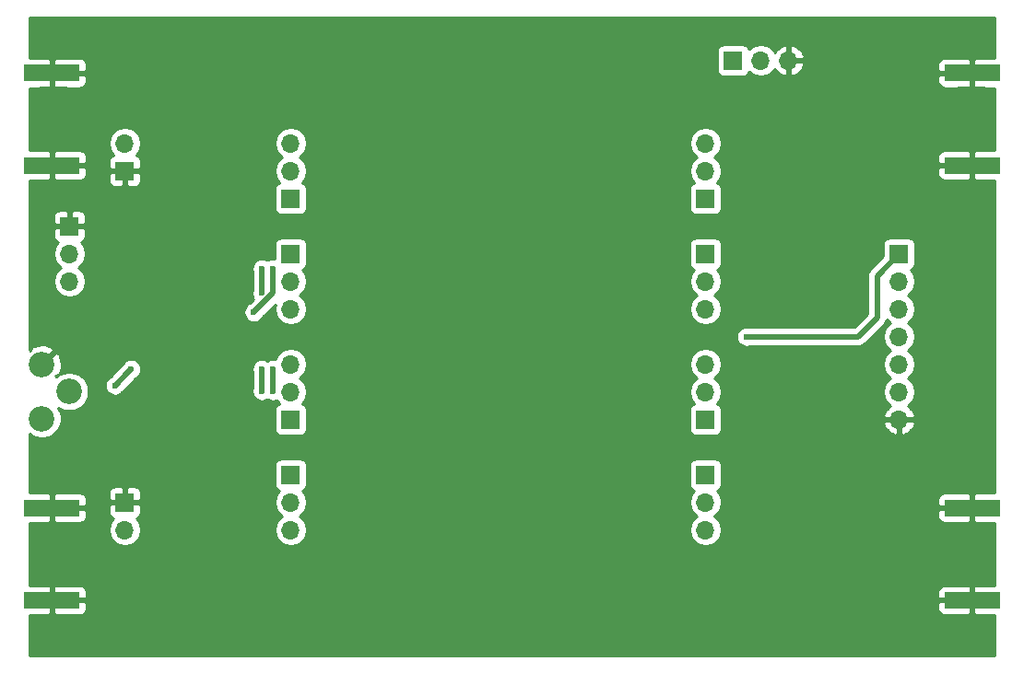
<source format=gbr>
%TF.GenerationSoftware,KiCad,Pcbnew,(5.1.8)-1*%
%TF.CreationDate,2020-12-12T14:46:25+01:00*%
%TF.ProjectId,ltc5599-test-pcb,6c746335-3539-4392-9d74-6573742d7063,rev?*%
%TF.SameCoordinates,Original*%
%TF.FileFunction,Copper,L2,Bot*%
%TF.FilePolarity,Positive*%
%FSLAX46Y46*%
G04 Gerber Fmt 4.6, Leading zero omitted, Abs format (unit mm)*
G04 Created by KiCad (PCBNEW (5.1.8)-1) date 2020-12-12 14:46:25*
%MOMM*%
%LPD*%
G01*
G04 APERTURE LIST*
%TA.AperFunction,ComponentPad*%
%ADD10C,2.340000*%
%TD*%
%TA.AperFunction,ComponentPad*%
%ADD11O,1.700000X1.700000*%
%TD*%
%TA.AperFunction,ComponentPad*%
%ADD12R,1.700000X1.700000*%
%TD*%
%TA.AperFunction,SMDPad,CuDef*%
%ADD13R,5.080000X1.500000*%
%TD*%
%TA.AperFunction,ViaPad*%
%ADD14C,0.600000*%
%TD*%
%TA.AperFunction,Conductor*%
%ADD15C,0.500000*%
%TD*%
%TA.AperFunction,Conductor*%
%ADD16C,0.254000*%
%TD*%
%TA.AperFunction,Conductor*%
%ADD17C,0.100000*%
%TD*%
G04 APERTURE END LIST*
D10*
%TO.P,RV101,1*%
%TO.N,GND*%
X98665000Y-98980000D03*
%TO.P,RV101,2*%
%TO.N,Net-(J103-Pad3)*%
X101165000Y-101480000D03*
%TO.P,RV101,3*%
%TO.N,VCC*%
X98665000Y-103980000D03*
%TD*%
D11*
%TO.P,J103,3*%
%TO.N,Net-(J103-Pad3)*%
X101205000Y-91360000D03*
%TO.P,J103,2*%
%TO.N,VREF*%
X101205000Y-88820000D03*
D12*
%TO.P,J103,1*%
%TO.N,GND*%
X101205000Y-86280000D03*
%TD*%
%TO.P,J1,1*%
%TO.N,GND*%
X106285000Y-81200000D03*
D11*
%TO.P,J1,2*%
%TO.N,Net-(J1-Pad2)*%
X106285000Y-78660000D03*
%TD*%
%TO.P,J102,3*%
%TO.N,GND*%
X167245000Y-71040000D03*
%TO.P,J102,2*%
%TO.N,TTCK*%
X164705000Y-71040000D03*
D12*
%TO.P,J102,1*%
%TO.N,TEMP*%
X162165000Y-71040000D03*
%TD*%
D11*
%TO.P,J101,7*%
%TO.N,GND*%
X177405000Y-104060000D03*
%TO.P,J101,6*%
%TO.N,CSB*%
X177405000Y-101520000D03*
%TO.P,J101,5*%
%TO.N,SCLK*%
X177405000Y-98980000D03*
%TO.P,J101,4*%
%TO.N,SDI*%
X177405000Y-96440000D03*
%TO.P,J101,3*%
%TO.N,SDO*%
X177405000Y-93900000D03*
%TO.P,J101,2*%
%TO.N,EN*%
X177405000Y-91360000D03*
D12*
%TO.P,J101,1*%
%TO.N,VCC*%
X177405000Y-88820000D03*
%TD*%
%TO.P,J3,1*%
%TO.N,GND*%
X106285000Y-111680000D03*
D11*
%TO.P,J3,2*%
%TO.N,Net-(J3-Pad2)*%
X106285000Y-114220000D03*
%TD*%
%TO.P,JP8,3*%
%TO.N,Net-(JP4-Pad3)*%
X159625000Y-98980000D03*
%TO.P,JP8,2*%
%TO.N,QP*%
X159625000Y-101520000D03*
D12*
%TO.P,JP8,1*%
%TO.N,Net-(C25-Pad2)*%
X159625000Y-104060000D03*
%TD*%
D11*
%TO.P,JP7,3*%
%TO.N,Net-(JP3-Pad3)*%
X159625000Y-114220000D03*
%TO.P,JP7,2*%
%TO.N,QM*%
X159625000Y-111680000D03*
D12*
%TO.P,JP7,1*%
%TO.N,Net-(C24-Pad2)*%
X159625000Y-109140000D03*
%TD*%
D11*
%TO.P,JP6,3*%
%TO.N,Net-(JP2-Pad3)*%
X159625000Y-78660000D03*
%TO.P,JP6,2*%
%TO.N,IP*%
X159625000Y-81200000D03*
D12*
%TO.P,JP6,1*%
%TO.N,Net-(C22-Pad2)*%
X159625000Y-83740000D03*
%TD*%
D11*
%TO.P,JP5,3*%
%TO.N,Net-(JP1-Pad3)*%
X159625000Y-93900000D03*
%TO.P,JP5,2*%
%TO.N,IM*%
X159625000Y-91360000D03*
D12*
%TO.P,JP5,1*%
%TO.N,Net-(C21-Pad2)*%
X159625000Y-88820000D03*
%TD*%
D11*
%TO.P,JP4,3*%
%TO.N,Net-(JP4-Pad3)*%
X121525000Y-98980000D03*
%TO.P,JP4,2*%
%TO.N,Net-(C8-Pad1)*%
X121525000Y-101520000D03*
D12*
%TO.P,JP4,1*%
%TO.N,Net-(JP4-Pad1)*%
X121525000Y-104060000D03*
%TD*%
D11*
%TO.P,JP3,3*%
%TO.N,Net-(JP3-Pad3)*%
X121525000Y-114220000D03*
%TO.P,JP3,2*%
%TO.N,Net-(C7-Pad1)*%
X121525000Y-111680000D03*
D12*
%TO.P,JP3,1*%
%TO.N,Net-(JP3-Pad1)*%
X121525000Y-109140000D03*
%TD*%
D11*
%TO.P,JP2,3*%
%TO.N,Net-(JP2-Pad3)*%
X121525000Y-78660000D03*
%TO.P,JP2,2*%
%TO.N,Net-(C6-Pad1)*%
X121525000Y-81200000D03*
D12*
%TO.P,JP2,1*%
%TO.N,Net-(JP2-Pad1)*%
X121525000Y-83740000D03*
%TD*%
D11*
%TO.P,JP1,3*%
%TO.N,Net-(JP1-Pad3)*%
X121525000Y-93900000D03*
%TO.P,JP1,2*%
%TO.N,Net-(C5-Pad1)*%
X121525000Y-91360000D03*
D12*
%TO.P,JP1,1*%
%TO.N,Net-(JP1-Pad1)*%
X121525000Y-88820000D03*
%TD*%
D13*
%TO.P,J7,2*%
%TO.N,GND*%
X184125000Y-112190000D03*
X184125000Y-120690000D03*
%TD*%
%TO.P,J5,2*%
%TO.N,GND*%
X184125000Y-72190000D03*
X184125000Y-80690000D03*
%TD*%
%TO.P,J4,2*%
%TO.N,GND*%
X99595000Y-112190000D03*
X99595000Y-120690000D03*
%TD*%
%TO.P,J2,2*%
%TO.N,GND*%
X99595000Y-72190000D03*
X99595000Y-80690000D03*
%TD*%
D14*
%TO.N,GND*%
X140575000Y-80565000D03*
X153275000Y-80565000D03*
X127875000Y-80565000D03*
X127875000Y-91995000D03*
X140575000Y-91995000D03*
X153275000Y-91995000D03*
X140575000Y-100885000D03*
X153275000Y-100885000D03*
X127875000Y-100250000D03*
X127875000Y-112315000D03*
X140575000Y-112315000D03*
X153275000Y-112315000D03*
X165125000Y-97940000D03*
X174125000Y-94190000D03*
X174125000Y-92440000D03*
X174375000Y-90690000D03*
X166187500Y-98377500D03*
X167625000Y-99440000D03*
X166625000Y-99440000D03*
X169125000Y-99440000D03*
X170125000Y-99440000D03*
X167125000Y-93690000D03*
X169125000Y-93690000D03*
X167125000Y-89440000D03*
X167125000Y-87940000D03*
X167125000Y-86440000D03*
X167125000Y-84940000D03*
X167125000Y-83440000D03*
X169125000Y-89440000D03*
X169125000Y-87940000D03*
X169125000Y-86440000D03*
X169125000Y-84940000D03*
X169125000Y-83440000D03*
X167125000Y-81940000D03*
X170125000Y-81940000D03*
X171125000Y-80940000D03*
X172125000Y-79940000D03*
X173125000Y-78940000D03*
X174125000Y-77940000D03*
X175625000Y-77440000D03*
X177375000Y-77440000D03*
X178875000Y-77440000D03*
X180375000Y-77440000D03*
X180375000Y-75440000D03*
X178875000Y-75440000D03*
X177375000Y-75440000D03*
X175875000Y-75440000D03*
X174375000Y-75440000D03*
X168125000Y-80940000D03*
X169125000Y-79940000D03*
X170125000Y-78940000D03*
X171125000Y-77940000D03*
X172125000Y-76940000D03*
X173125000Y-75940000D03*
X183125000Y-96440000D03*
X183085000Y-98980000D03*
X167880000Y-74850000D03*
X129145000Y-86280000D03*
X139305000Y-86280000D03*
X141845000Y-86280000D03*
X152005000Y-86280000D03*
X146925000Y-79930000D03*
X134225000Y-79930000D03*
X134225000Y-92630000D03*
X146925000Y-92630000D03*
X134225000Y-100250000D03*
X146925000Y-100250000D03*
X152005000Y-106600000D03*
X129145000Y-106600000D03*
X139305000Y-106600000D03*
X141845000Y-106600000D03*
X134225000Y-112950000D03*
X146925000Y-112950000D03*
X134225000Y-106600000D03*
X146925000Y-106600000D03*
X125335000Y-106600000D03*
X125335000Y-86280000D03*
X162165000Y-95440000D03*
X127875000Y-77390000D03*
X140575000Y-77390000D03*
X153275000Y-77390000D03*
X127875000Y-115490000D03*
X140575000Y-115490000D03*
X153275000Y-115490000D03*
X167375000Y-103190000D03*
X169375000Y-103190000D03*
X169375000Y-104690000D03*
X169375000Y-106190000D03*
X169375000Y-107690000D03*
X169375000Y-109190000D03*
X167375000Y-107690000D03*
X167375000Y-106190000D03*
X167375000Y-104690000D03*
X167375000Y-109190000D03*
X167375000Y-110690000D03*
X168125000Y-111940000D03*
X169125000Y-112940000D03*
X170125000Y-113940000D03*
X171125000Y-114940000D03*
X172125000Y-115940000D03*
X173125000Y-116940000D03*
X174625000Y-117440000D03*
X176125000Y-117440000D03*
X177625000Y-117440000D03*
X179125000Y-117440000D03*
X180625000Y-117440000D03*
X180625000Y-115440000D03*
X179125000Y-115440000D03*
X177625000Y-115440000D03*
X176125000Y-115440000D03*
X169875000Y-110690000D03*
X170875000Y-111690000D03*
X171875000Y-112690000D03*
X172875000Y-113690000D03*
X173875000Y-114690000D03*
X174875000Y-115440000D03*
X162875000Y-92190000D03*
X162625000Y-73440000D03*
X181875000Y-74940000D03*
X183375000Y-74940000D03*
X184875000Y-74940000D03*
X181875000Y-77940000D03*
X183375000Y-77940000D03*
X184875000Y-77940000D03*
X180875000Y-72190000D03*
X184125000Y-73690000D03*
X184125000Y-79190000D03*
X180875000Y-80690000D03*
X184125000Y-82190000D03*
X182125000Y-114940000D03*
X183625000Y-114940000D03*
X185125000Y-114940000D03*
X182125000Y-117940000D03*
X183625000Y-117940000D03*
X185125000Y-117940000D03*
X180875000Y-112190000D03*
X184125000Y-113690000D03*
X184125000Y-110690000D03*
X184125000Y-119190000D03*
X180875000Y-120690000D03*
X184125000Y-122190000D03*
X174375000Y-88690000D03*
X162125000Y-97440000D03*
X153275000Y-95170000D03*
X153275000Y-97710000D03*
X140575000Y-95170000D03*
X140575000Y-97710000D03*
X127875000Y-95170000D03*
X127875000Y-97710000D03*
X170125000Y-98440000D03*
X171625000Y-98440000D03*
X173125000Y-98440000D03*
X116675000Y-108190000D03*
X116675000Y-104690000D03*
X114125000Y-107440000D03*
X111625000Y-106690000D03*
X109625000Y-106690000D03*
X111125000Y-104440000D03*
X113875000Y-85690000D03*
X116675000Y-86690000D03*
X116675000Y-83190000D03*
X111625000Y-82940000D03*
X116925000Y-97640000D03*
X116925000Y-95240000D03*
X114125000Y-94440000D03*
X112325000Y-95890000D03*
X184125000Y-70690000D03*
X109375000Y-86690000D03*
X111375000Y-86690000D03*
X105625000Y-97940000D03*
X104875000Y-90940000D03*
X110125000Y-90940000D03*
X159625000Y-86280000D03*
X159625000Y-106600000D03*
X162165000Y-79930000D03*
X157375000Y-108690000D03*
X157375000Y-104440000D03*
X118875000Y-109190000D03*
X121525000Y-106600000D03*
X121525000Y-86280000D03*
X119375000Y-82190000D03*
X123375000Y-81190000D03*
X99625000Y-73940000D03*
X99625000Y-70440000D03*
X103125000Y-72190000D03*
X103125000Y-80690000D03*
X99625000Y-78940000D03*
X99625000Y-82440000D03*
X99625000Y-110440000D03*
X99625000Y-113940000D03*
X103125000Y-112190000D03*
X103125000Y-120690000D03*
X99625000Y-118940000D03*
X99625000Y-122440000D03*
X106125000Y-101690000D03*
X108125000Y-99690000D03*
X115125000Y-98440000D03*
X113625000Y-92690000D03*
X123375000Y-91440000D03*
X123375000Y-101440000D03*
X123375000Y-111690000D03*
X157875000Y-81190000D03*
X157875000Y-91190000D03*
X99875000Y-97190000D03*
X104625000Y-100190000D03*
X102375000Y-92940000D03*
X108875000Y-110940000D03*
X112375000Y-100690000D03*
X108625000Y-79190000D03*
X119125000Y-77690000D03*
X134225000Y-86280000D03*
X146925000Y-86280000D03*
%TO.N,VCC*%
X163375000Y-96440000D03*
X118875000Y-90190000D03*
X119875000Y-99440000D03*
X118875000Y-92439990D03*
X119875000Y-101440000D03*
X105375000Y-100940000D03*
X106875000Y-99440000D03*
%TO.N,+1.4V*%
X118875000Y-99440000D03*
X119875000Y-90190000D03*
X118126952Y-94190000D03*
X118875000Y-101440000D03*
%TD*%
D15*
%TO.N,VCC*%
X175375000Y-94690000D02*
X175375000Y-90850000D01*
X175375000Y-90850000D02*
X177405000Y-88820000D01*
X163375000Y-96440000D02*
X173625000Y-96440000D01*
X173625000Y-96440000D02*
X175375000Y-94690000D01*
X118875000Y-90190000D02*
X118875000Y-92439990D01*
X119875000Y-99440000D02*
X119875000Y-101440000D01*
X105375000Y-100940000D02*
X106625000Y-99690000D01*
X106625000Y-99690000D02*
X106875000Y-99440000D01*
%TO.N,+1.4V*%
X119875000Y-92441952D02*
X118126952Y-94190000D01*
X119875000Y-90190000D02*
X119875000Y-92441952D01*
X118875000Y-99440000D02*
X118875000Y-101440000D01*
%TD*%
D16*
%TO.N,GND*%
X186185000Y-70802582D02*
X184410750Y-70805000D01*
X184252000Y-70963750D01*
X184252000Y-72063000D01*
X184272000Y-72063000D01*
X184272000Y-72317000D01*
X184252000Y-72317000D01*
X184252000Y-73416250D01*
X184410750Y-73575000D01*
X186185000Y-73577418D01*
X186185000Y-79302582D01*
X184410750Y-79305000D01*
X184252000Y-79463750D01*
X184252000Y-80563000D01*
X184272000Y-80563000D01*
X184272000Y-80817000D01*
X184252000Y-80817000D01*
X184252000Y-81916250D01*
X184410750Y-82075000D01*
X186185000Y-82077418D01*
X186185001Y-110802582D01*
X184410750Y-110805000D01*
X184252000Y-110963750D01*
X184252000Y-112063000D01*
X184272000Y-112063000D01*
X184272000Y-112317000D01*
X184252000Y-112317000D01*
X184252000Y-113416250D01*
X184410750Y-113575000D01*
X186185001Y-113577418D01*
X186185001Y-119302582D01*
X184410750Y-119305000D01*
X184252000Y-119463750D01*
X184252000Y-120563000D01*
X184272000Y-120563000D01*
X184272000Y-120817000D01*
X184252000Y-120817000D01*
X184252000Y-121916250D01*
X184410750Y-122075000D01*
X186185001Y-122077418D01*
X186185001Y-125780000D01*
X97505000Y-125780000D01*
X97505000Y-122077459D01*
X99309250Y-122075000D01*
X99468000Y-121916250D01*
X99468000Y-120817000D01*
X99722000Y-120817000D01*
X99722000Y-121916250D01*
X99880750Y-122075000D01*
X102135000Y-122078072D01*
X102259482Y-122065812D01*
X102379180Y-122029502D01*
X102489494Y-121970537D01*
X102586185Y-121891185D01*
X102665537Y-121794494D01*
X102724502Y-121684180D01*
X102760812Y-121564482D01*
X102773072Y-121440000D01*
X180946928Y-121440000D01*
X180959188Y-121564482D01*
X180995498Y-121684180D01*
X181054463Y-121794494D01*
X181133815Y-121891185D01*
X181230506Y-121970537D01*
X181340820Y-122029502D01*
X181460518Y-122065812D01*
X181585000Y-122078072D01*
X183839250Y-122075000D01*
X183998000Y-121916250D01*
X183998000Y-120817000D01*
X181108750Y-120817000D01*
X180950000Y-120975750D01*
X180946928Y-121440000D01*
X102773072Y-121440000D01*
X102770000Y-120975750D01*
X102611250Y-120817000D01*
X99722000Y-120817000D01*
X99468000Y-120817000D01*
X99448000Y-120817000D01*
X99448000Y-120563000D01*
X99468000Y-120563000D01*
X99468000Y-119463750D01*
X99722000Y-119463750D01*
X99722000Y-120563000D01*
X102611250Y-120563000D01*
X102770000Y-120404250D01*
X102773072Y-119940000D01*
X180946928Y-119940000D01*
X180950000Y-120404250D01*
X181108750Y-120563000D01*
X183998000Y-120563000D01*
X183998000Y-119463750D01*
X183839250Y-119305000D01*
X181585000Y-119301928D01*
X181460518Y-119314188D01*
X181340820Y-119350498D01*
X181230506Y-119409463D01*
X181133815Y-119488815D01*
X181054463Y-119585506D01*
X180995498Y-119695820D01*
X180959188Y-119815518D01*
X180946928Y-119940000D01*
X102773072Y-119940000D01*
X102760812Y-119815518D01*
X102724502Y-119695820D01*
X102665537Y-119585506D01*
X102586185Y-119488815D01*
X102489494Y-119409463D01*
X102379180Y-119350498D01*
X102259482Y-119314188D01*
X102135000Y-119301928D01*
X99880750Y-119305000D01*
X99722000Y-119463750D01*
X99468000Y-119463750D01*
X99309250Y-119305000D01*
X97505000Y-119302541D01*
X97505000Y-113577459D01*
X99309250Y-113575000D01*
X99468000Y-113416250D01*
X99468000Y-112317000D01*
X99722000Y-112317000D01*
X99722000Y-113416250D01*
X99880750Y-113575000D01*
X102135000Y-113578072D01*
X102259482Y-113565812D01*
X102379180Y-113529502D01*
X102489494Y-113470537D01*
X102586185Y-113391185D01*
X102665537Y-113294494D01*
X102724502Y-113184180D01*
X102760812Y-113064482D01*
X102773072Y-112940000D01*
X102770359Y-112530000D01*
X104796928Y-112530000D01*
X104809188Y-112654482D01*
X104845498Y-112774180D01*
X104904463Y-112884494D01*
X104983815Y-112981185D01*
X105080506Y-113060537D01*
X105190820Y-113119502D01*
X105263380Y-113141513D01*
X105131525Y-113273368D01*
X104969010Y-113516589D01*
X104857068Y-113786842D01*
X104800000Y-114073740D01*
X104800000Y-114366260D01*
X104857068Y-114653158D01*
X104969010Y-114923411D01*
X105131525Y-115166632D01*
X105338368Y-115373475D01*
X105581589Y-115535990D01*
X105851842Y-115647932D01*
X106138740Y-115705000D01*
X106431260Y-115705000D01*
X106718158Y-115647932D01*
X106988411Y-115535990D01*
X107231632Y-115373475D01*
X107438475Y-115166632D01*
X107600990Y-114923411D01*
X107712932Y-114653158D01*
X107770000Y-114366260D01*
X107770000Y-114073740D01*
X107712932Y-113786842D01*
X107600990Y-113516589D01*
X107438475Y-113273368D01*
X107306620Y-113141513D01*
X107379180Y-113119502D01*
X107489494Y-113060537D01*
X107586185Y-112981185D01*
X107665537Y-112884494D01*
X107724502Y-112774180D01*
X107760812Y-112654482D01*
X107773072Y-112530000D01*
X107770000Y-111965750D01*
X107611250Y-111807000D01*
X106412000Y-111807000D01*
X106412000Y-111827000D01*
X106158000Y-111827000D01*
X106158000Y-111807000D01*
X104958750Y-111807000D01*
X104800000Y-111965750D01*
X104796928Y-112530000D01*
X102770359Y-112530000D01*
X102770000Y-112475750D01*
X102611250Y-112317000D01*
X99722000Y-112317000D01*
X99468000Y-112317000D01*
X99448000Y-112317000D01*
X99448000Y-112063000D01*
X99468000Y-112063000D01*
X99468000Y-110963750D01*
X99722000Y-110963750D01*
X99722000Y-112063000D01*
X102611250Y-112063000D01*
X102770000Y-111904250D01*
X102773072Y-111440000D01*
X102760812Y-111315518D01*
X102724502Y-111195820D01*
X102665537Y-111085506D01*
X102586185Y-110988815D01*
X102489494Y-110909463D01*
X102379180Y-110850498D01*
X102311608Y-110830000D01*
X104796928Y-110830000D01*
X104800000Y-111394250D01*
X104958750Y-111553000D01*
X106158000Y-111553000D01*
X106158000Y-110353750D01*
X106412000Y-110353750D01*
X106412000Y-111553000D01*
X107611250Y-111553000D01*
X107770000Y-111394250D01*
X107773072Y-110830000D01*
X107760812Y-110705518D01*
X107724502Y-110585820D01*
X107665537Y-110475506D01*
X107586185Y-110378815D01*
X107489494Y-110299463D01*
X107379180Y-110240498D01*
X107259482Y-110204188D01*
X107135000Y-110191928D01*
X106570750Y-110195000D01*
X106412000Y-110353750D01*
X106158000Y-110353750D01*
X105999250Y-110195000D01*
X105435000Y-110191928D01*
X105310518Y-110204188D01*
X105190820Y-110240498D01*
X105080506Y-110299463D01*
X104983815Y-110378815D01*
X104904463Y-110475506D01*
X104845498Y-110585820D01*
X104809188Y-110705518D01*
X104796928Y-110830000D01*
X102311608Y-110830000D01*
X102259482Y-110814188D01*
X102135000Y-110801928D01*
X99880750Y-110805000D01*
X99722000Y-110963750D01*
X99468000Y-110963750D01*
X99309250Y-110805000D01*
X97505000Y-110802541D01*
X97505000Y-108290000D01*
X120036928Y-108290000D01*
X120036928Y-109990000D01*
X120049188Y-110114482D01*
X120085498Y-110234180D01*
X120144463Y-110344494D01*
X120223815Y-110441185D01*
X120320506Y-110520537D01*
X120430820Y-110579502D01*
X120503380Y-110601513D01*
X120371525Y-110733368D01*
X120209010Y-110976589D01*
X120097068Y-111246842D01*
X120040000Y-111533740D01*
X120040000Y-111826260D01*
X120097068Y-112113158D01*
X120209010Y-112383411D01*
X120371525Y-112626632D01*
X120578368Y-112833475D01*
X120752760Y-112950000D01*
X120578368Y-113066525D01*
X120371525Y-113273368D01*
X120209010Y-113516589D01*
X120097068Y-113786842D01*
X120040000Y-114073740D01*
X120040000Y-114366260D01*
X120097068Y-114653158D01*
X120209010Y-114923411D01*
X120371525Y-115166632D01*
X120578368Y-115373475D01*
X120821589Y-115535990D01*
X121091842Y-115647932D01*
X121378740Y-115705000D01*
X121671260Y-115705000D01*
X121958158Y-115647932D01*
X122228411Y-115535990D01*
X122471632Y-115373475D01*
X122678475Y-115166632D01*
X122840990Y-114923411D01*
X122952932Y-114653158D01*
X123010000Y-114366260D01*
X123010000Y-114073740D01*
X122952932Y-113786842D01*
X122840990Y-113516589D01*
X122678475Y-113273368D01*
X122471632Y-113066525D01*
X122297240Y-112950000D01*
X122471632Y-112833475D01*
X122678475Y-112626632D01*
X122840990Y-112383411D01*
X122952932Y-112113158D01*
X123010000Y-111826260D01*
X123010000Y-111533740D01*
X122952932Y-111246842D01*
X122840990Y-110976589D01*
X122678475Y-110733368D01*
X122546620Y-110601513D01*
X122619180Y-110579502D01*
X122729494Y-110520537D01*
X122826185Y-110441185D01*
X122905537Y-110344494D01*
X122964502Y-110234180D01*
X123000812Y-110114482D01*
X123013072Y-109990000D01*
X123013072Y-108290000D01*
X158136928Y-108290000D01*
X158136928Y-109990000D01*
X158149188Y-110114482D01*
X158185498Y-110234180D01*
X158244463Y-110344494D01*
X158323815Y-110441185D01*
X158420506Y-110520537D01*
X158530820Y-110579502D01*
X158603380Y-110601513D01*
X158471525Y-110733368D01*
X158309010Y-110976589D01*
X158197068Y-111246842D01*
X158140000Y-111533740D01*
X158140000Y-111826260D01*
X158197068Y-112113158D01*
X158309010Y-112383411D01*
X158471525Y-112626632D01*
X158678368Y-112833475D01*
X158852760Y-112950000D01*
X158678368Y-113066525D01*
X158471525Y-113273368D01*
X158309010Y-113516589D01*
X158197068Y-113786842D01*
X158140000Y-114073740D01*
X158140000Y-114366260D01*
X158197068Y-114653158D01*
X158309010Y-114923411D01*
X158471525Y-115166632D01*
X158678368Y-115373475D01*
X158921589Y-115535990D01*
X159191842Y-115647932D01*
X159478740Y-115705000D01*
X159771260Y-115705000D01*
X160058158Y-115647932D01*
X160328411Y-115535990D01*
X160571632Y-115373475D01*
X160778475Y-115166632D01*
X160940990Y-114923411D01*
X161052932Y-114653158D01*
X161110000Y-114366260D01*
X161110000Y-114073740D01*
X161052932Y-113786842D01*
X160940990Y-113516589D01*
X160778475Y-113273368D01*
X160571632Y-113066525D01*
X160397240Y-112950000D01*
X160412206Y-112940000D01*
X180946928Y-112940000D01*
X180959188Y-113064482D01*
X180995498Y-113184180D01*
X181054463Y-113294494D01*
X181133815Y-113391185D01*
X181230506Y-113470537D01*
X181340820Y-113529502D01*
X181460518Y-113565812D01*
X181585000Y-113578072D01*
X183839250Y-113575000D01*
X183998000Y-113416250D01*
X183998000Y-112317000D01*
X181108750Y-112317000D01*
X180950000Y-112475750D01*
X180946928Y-112940000D01*
X160412206Y-112940000D01*
X160571632Y-112833475D01*
X160778475Y-112626632D01*
X160940990Y-112383411D01*
X161052932Y-112113158D01*
X161110000Y-111826260D01*
X161110000Y-111533740D01*
X161091354Y-111440000D01*
X180946928Y-111440000D01*
X180950000Y-111904250D01*
X181108750Y-112063000D01*
X183998000Y-112063000D01*
X183998000Y-110963750D01*
X183839250Y-110805000D01*
X181585000Y-110801928D01*
X181460518Y-110814188D01*
X181340820Y-110850498D01*
X181230506Y-110909463D01*
X181133815Y-110988815D01*
X181054463Y-111085506D01*
X180995498Y-111195820D01*
X180959188Y-111315518D01*
X180946928Y-111440000D01*
X161091354Y-111440000D01*
X161052932Y-111246842D01*
X160940990Y-110976589D01*
X160778475Y-110733368D01*
X160646620Y-110601513D01*
X160719180Y-110579502D01*
X160829494Y-110520537D01*
X160926185Y-110441185D01*
X161005537Y-110344494D01*
X161064502Y-110234180D01*
X161100812Y-110114482D01*
X161113072Y-109990000D01*
X161113072Y-108290000D01*
X161100812Y-108165518D01*
X161064502Y-108045820D01*
X161005537Y-107935506D01*
X160926185Y-107838815D01*
X160829494Y-107759463D01*
X160719180Y-107700498D01*
X160599482Y-107664188D01*
X160475000Y-107651928D01*
X158775000Y-107651928D01*
X158650518Y-107664188D01*
X158530820Y-107700498D01*
X158420506Y-107759463D01*
X158323815Y-107838815D01*
X158244463Y-107935506D01*
X158185498Y-108045820D01*
X158149188Y-108165518D01*
X158136928Y-108290000D01*
X123013072Y-108290000D01*
X123000812Y-108165518D01*
X122964502Y-108045820D01*
X122905537Y-107935506D01*
X122826185Y-107838815D01*
X122729494Y-107759463D01*
X122619180Y-107700498D01*
X122499482Y-107664188D01*
X122375000Y-107651928D01*
X120675000Y-107651928D01*
X120550518Y-107664188D01*
X120430820Y-107700498D01*
X120320506Y-107759463D01*
X120223815Y-107838815D01*
X120144463Y-107935506D01*
X120085498Y-108045820D01*
X120049188Y-108165518D01*
X120036928Y-108290000D01*
X97505000Y-108290000D01*
X97505000Y-105372656D01*
X97514379Y-105382035D01*
X97810012Y-105579571D01*
X98138501Y-105715635D01*
X98487223Y-105785000D01*
X98842777Y-105785000D01*
X99191499Y-105715635D01*
X99519988Y-105579571D01*
X99815621Y-105382035D01*
X100067035Y-105130621D01*
X100264571Y-104834988D01*
X100400635Y-104506499D01*
X100470000Y-104157777D01*
X100470000Y-103802223D01*
X100400635Y-103453501D01*
X100264571Y-103125012D01*
X100173067Y-102988067D01*
X100310012Y-103079571D01*
X100638501Y-103215635D01*
X100987223Y-103285000D01*
X101342777Y-103285000D01*
X101691499Y-103215635D01*
X102019988Y-103079571D01*
X102315621Y-102882035D01*
X102567035Y-102630621D01*
X102764571Y-102334988D01*
X102900635Y-102006499D01*
X102970000Y-101657777D01*
X102970000Y-101302223D01*
X102900635Y-100953501D01*
X102856899Y-100847911D01*
X104440000Y-100847911D01*
X104440000Y-101032089D01*
X104475932Y-101212729D01*
X104546414Y-101382889D01*
X104648738Y-101536028D01*
X104778972Y-101666262D01*
X104932111Y-101768586D01*
X105102271Y-101839068D01*
X105282911Y-101875000D01*
X105467089Y-101875000D01*
X105647729Y-101839068D01*
X105817889Y-101768586D01*
X105971028Y-101666262D01*
X106101262Y-101536028D01*
X106203586Y-101382889D01*
X106217655Y-101348923D01*
X107281532Y-100285047D01*
X107281537Y-100285041D01*
X107283923Y-100282655D01*
X107317889Y-100268586D01*
X107471028Y-100166262D01*
X107601262Y-100036028D01*
X107703586Y-99882889D01*
X107774068Y-99712729D01*
X107810000Y-99532089D01*
X107810000Y-99347911D01*
X117940000Y-99347911D01*
X117940000Y-99532089D01*
X117975932Y-99712729D01*
X117990000Y-99746693D01*
X117990001Y-101133306D01*
X117975932Y-101167271D01*
X117940000Y-101347911D01*
X117940000Y-101532089D01*
X117975932Y-101712729D01*
X118046414Y-101882889D01*
X118148738Y-102036028D01*
X118278972Y-102166262D01*
X118432111Y-102268586D01*
X118602271Y-102339068D01*
X118782911Y-102375000D01*
X118967089Y-102375000D01*
X119147729Y-102339068D01*
X119317889Y-102268586D01*
X119375000Y-102230426D01*
X119432111Y-102268586D01*
X119602271Y-102339068D01*
X119782911Y-102375000D01*
X119967089Y-102375000D01*
X120147729Y-102339068D01*
X120256254Y-102294116D01*
X120371525Y-102466632D01*
X120503380Y-102598487D01*
X120430820Y-102620498D01*
X120320506Y-102679463D01*
X120223815Y-102758815D01*
X120144463Y-102855506D01*
X120085498Y-102965820D01*
X120049188Y-103085518D01*
X120036928Y-103210000D01*
X120036928Y-104910000D01*
X120049188Y-105034482D01*
X120085498Y-105154180D01*
X120144463Y-105264494D01*
X120223815Y-105361185D01*
X120320506Y-105440537D01*
X120430820Y-105499502D01*
X120550518Y-105535812D01*
X120675000Y-105548072D01*
X122375000Y-105548072D01*
X122499482Y-105535812D01*
X122619180Y-105499502D01*
X122729494Y-105440537D01*
X122826185Y-105361185D01*
X122905537Y-105264494D01*
X122964502Y-105154180D01*
X123000812Y-105034482D01*
X123013072Y-104910000D01*
X123013072Y-103210000D01*
X158136928Y-103210000D01*
X158136928Y-104910000D01*
X158149188Y-105034482D01*
X158185498Y-105154180D01*
X158244463Y-105264494D01*
X158323815Y-105361185D01*
X158420506Y-105440537D01*
X158530820Y-105499502D01*
X158650518Y-105535812D01*
X158775000Y-105548072D01*
X160475000Y-105548072D01*
X160599482Y-105535812D01*
X160719180Y-105499502D01*
X160829494Y-105440537D01*
X160926185Y-105361185D01*
X161005537Y-105264494D01*
X161064502Y-105154180D01*
X161100812Y-105034482D01*
X161113072Y-104910000D01*
X161113072Y-104416890D01*
X175963524Y-104416890D01*
X176008175Y-104564099D01*
X176133359Y-104826920D01*
X176307412Y-105060269D01*
X176523645Y-105255178D01*
X176773748Y-105404157D01*
X177048109Y-105501481D01*
X177278000Y-105380814D01*
X177278000Y-104187000D01*
X177532000Y-104187000D01*
X177532000Y-105380814D01*
X177761891Y-105501481D01*
X178036252Y-105404157D01*
X178286355Y-105255178D01*
X178502588Y-105060269D01*
X178676641Y-104826920D01*
X178801825Y-104564099D01*
X178846476Y-104416890D01*
X178725155Y-104187000D01*
X177532000Y-104187000D01*
X177278000Y-104187000D01*
X176084845Y-104187000D01*
X175963524Y-104416890D01*
X161113072Y-104416890D01*
X161113072Y-103210000D01*
X161100812Y-103085518D01*
X161064502Y-102965820D01*
X161005537Y-102855506D01*
X160926185Y-102758815D01*
X160829494Y-102679463D01*
X160719180Y-102620498D01*
X160646620Y-102598487D01*
X160778475Y-102466632D01*
X160940990Y-102223411D01*
X161052932Y-101953158D01*
X161110000Y-101666260D01*
X161110000Y-101373740D01*
X161052932Y-101086842D01*
X160940990Y-100816589D01*
X160778475Y-100573368D01*
X160571632Y-100366525D01*
X160397240Y-100250000D01*
X160571632Y-100133475D01*
X160778475Y-99926632D01*
X160940990Y-99683411D01*
X161052932Y-99413158D01*
X161110000Y-99126260D01*
X161110000Y-98833740D01*
X161052932Y-98546842D01*
X160940990Y-98276589D01*
X160778475Y-98033368D01*
X160571632Y-97826525D01*
X160328411Y-97664010D01*
X160058158Y-97552068D01*
X159771260Y-97495000D01*
X159478740Y-97495000D01*
X159191842Y-97552068D01*
X158921589Y-97664010D01*
X158678368Y-97826525D01*
X158471525Y-98033368D01*
X158309010Y-98276589D01*
X158197068Y-98546842D01*
X158140000Y-98833740D01*
X158140000Y-99126260D01*
X158197068Y-99413158D01*
X158309010Y-99683411D01*
X158471525Y-99926632D01*
X158678368Y-100133475D01*
X158852760Y-100250000D01*
X158678368Y-100366525D01*
X158471525Y-100573368D01*
X158309010Y-100816589D01*
X158197068Y-101086842D01*
X158140000Y-101373740D01*
X158140000Y-101666260D01*
X158197068Y-101953158D01*
X158309010Y-102223411D01*
X158471525Y-102466632D01*
X158603380Y-102598487D01*
X158530820Y-102620498D01*
X158420506Y-102679463D01*
X158323815Y-102758815D01*
X158244463Y-102855506D01*
X158185498Y-102965820D01*
X158149188Y-103085518D01*
X158136928Y-103210000D01*
X123013072Y-103210000D01*
X123000812Y-103085518D01*
X122964502Y-102965820D01*
X122905537Y-102855506D01*
X122826185Y-102758815D01*
X122729494Y-102679463D01*
X122619180Y-102620498D01*
X122546620Y-102598487D01*
X122678475Y-102466632D01*
X122840990Y-102223411D01*
X122952932Y-101953158D01*
X123010000Y-101666260D01*
X123010000Y-101373740D01*
X122952932Y-101086842D01*
X122840990Y-100816589D01*
X122678475Y-100573368D01*
X122471632Y-100366525D01*
X122297240Y-100250000D01*
X122471632Y-100133475D01*
X122678475Y-99926632D01*
X122840990Y-99683411D01*
X122952932Y-99413158D01*
X123010000Y-99126260D01*
X123010000Y-98833740D01*
X122952932Y-98546842D01*
X122840990Y-98276589D01*
X122678475Y-98033368D01*
X122471632Y-97826525D01*
X122228411Y-97664010D01*
X121958158Y-97552068D01*
X121671260Y-97495000D01*
X121378740Y-97495000D01*
X121091842Y-97552068D01*
X120821589Y-97664010D01*
X120578368Y-97826525D01*
X120371525Y-98033368D01*
X120209010Y-98276589D01*
X120103186Y-98532072D01*
X119967089Y-98505000D01*
X119782911Y-98505000D01*
X119602271Y-98540932D01*
X119432111Y-98611414D01*
X119375000Y-98649574D01*
X119317889Y-98611414D01*
X119147729Y-98540932D01*
X118967089Y-98505000D01*
X118782911Y-98505000D01*
X118602271Y-98540932D01*
X118432111Y-98611414D01*
X118278972Y-98713738D01*
X118148738Y-98843972D01*
X118046414Y-98997111D01*
X117975932Y-99167271D01*
X117940000Y-99347911D01*
X107810000Y-99347911D01*
X107774068Y-99167271D01*
X107703586Y-98997111D01*
X107601262Y-98843972D01*
X107471028Y-98713738D01*
X107317889Y-98611414D01*
X107147729Y-98540932D01*
X106967089Y-98505000D01*
X106782911Y-98505000D01*
X106602271Y-98540932D01*
X106432111Y-98611414D01*
X106278972Y-98713738D01*
X106148738Y-98843972D01*
X106046414Y-98997111D01*
X106032345Y-99031077D01*
X106029959Y-99033463D01*
X106029953Y-99033468D01*
X104966077Y-100097345D01*
X104932111Y-100111414D01*
X104778972Y-100213738D01*
X104648738Y-100343972D01*
X104546414Y-100497111D01*
X104475932Y-100667271D01*
X104440000Y-100847911D01*
X102856899Y-100847911D01*
X102764571Y-100625012D01*
X102567035Y-100329379D01*
X102315621Y-100077965D01*
X102019988Y-99880429D01*
X101691499Y-99744365D01*
X101342777Y-99675000D01*
X100987223Y-99675000D01*
X100638501Y-99744365D01*
X100310012Y-99880429D01*
X100014379Y-100077965D01*
X99978476Y-100113868D01*
X99921604Y-100056996D01*
X100203389Y-99940725D01*
X100361257Y-99622140D01*
X100453938Y-99278878D01*
X100477873Y-98924131D01*
X100432139Y-98571530D01*
X100318495Y-98234627D01*
X100203389Y-98019275D01*
X99921602Y-97903003D01*
X98844605Y-98980000D01*
X98858748Y-98994143D01*
X98679143Y-99173748D01*
X98665000Y-99159605D01*
X98650858Y-99173748D01*
X98471253Y-98994143D01*
X98485395Y-98980000D01*
X98471253Y-98965858D01*
X98650858Y-98786253D01*
X98665000Y-98800395D01*
X99741997Y-97723398D01*
X99625725Y-97441611D01*
X99307140Y-97283743D01*
X98963878Y-97191062D01*
X98609131Y-97167127D01*
X98256530Y-97212861D01*
X97919627Y-97326505D01*
X97704275Y-97441611D01*
X97588004Y-97723396D01*
X97505000Y-97640392D01*
X97505000Y-96347911D01*
X162440000Y-96347911D01*
X162440000Y-96532089D01*
X162475932Y-96712729D01*
X162546414Y-96882889D01*
X162648738Y-97036028D01*
X162778972Y-97166262D01*
X162932111Y-97268586D01*
X163102271Y-97339068D01*
X163282911Y-97375000D01*
X163467089Y-97375000D01*
X163647729Y-97339068D01*
X163681692Y-97325000D01*
X173581531Y-97325000D01*
X173625000Y-97329281D01*
X173668469Y-97325000D01*
X173668477Y-97325000D01*
X173798490Y-97312195D01*
X173965313Y-97261589D01*
X174119059Y-97179411D01*
X174253817Y-97068817D01*
X174281534Y-97035044D01*
X175970050Y-95346529D01*
X176003817Y-95318817D01*
X176114411Y-95184059D01*
X176196589Y-95030313D01*
X176247195Y-94863490D01*
X176249198Y-94843150D01*
X176251525Y-94846632D01*
X176458368Y-95053475D01*
X176632760Y-95170000D01*
X176458368Y-95286525D01*
X176251525Y-95493368D01*
X176089010Y-95736589D01*
X175977068Y-96006842D01*
X175920000Y-96293740D01*
X175920000Y-96586260D01*
X175977068Y-96873158D01*
X176089010Y-97143411D01*
X176251525Y-97386632D01*
X176458368Y-97593475D01*
X176632760Y-97710000D01*
X176458368Y-97826525D01*
X176251525Y-98033368D01*
X176089010Y-98276589D01*
X175977068Y-98546842D01*
X175920000Y-98833740D01*
X175920000Y-99126260D01*
X175977068Y-99413158D01*
X176089010Y-99683411D01*
X176251525Y-99926632D01*
X176458368Y-100133475D01*
X176632760Y-100250000D01*
X176458368Y-100366525D01*
X176251525Y-100573368D01*
X176089010Y-100816589D01*
X175977068Y-101086842D01*
X175920000Y-101373740D01*
X175920000Y-101666260D01*
X175977068Y-101953158D01*
X176089010Y-102223411D01*
X176251525Y-102466632D01*
X176458368Y-102673475D01*
X176640534Y-102795195D01*
X176523645Y-102864822D01*
X176307412Y-103059731D01*
X176133359Y-103293080D01*
X176008175Y-103555901D01*
X175963524Y-103703110D01*
X176084845Y-103933000D01*
X177278000Y-103933000D01*
X177278000Y-103913000D01*
X177532000Y-103913000D01*
X177532000Y-103933000D01*
X178725155Y-103933000D01*
X178846476Y-103703110D01*
X178801825Y-103555901D01*
X178676641Y-103293080D01*
X178502588Y-103059731D01*
X178286355Y-102864822D01*
X178169466Y-102795195D01*
X178351632Y-102673475D01*
X178558475Y-102466632D01*
X178720990Y-102223411D01*
X178832932Y-101953158D01*
X178890000Y-101666260D01*
X178890000Y-101373740D01*
X178832932Y-101086842D01*
X178720990Y-100816589D01*
X178558475Y-100573368D01*
X178351632Y-100366525D01*
X178177240Y-100250000D01*
X178351632Y-100133475D01*
X178558475Y-99926632D01*
X178720990Y-99683411D01*
X178832932Y-99413158D01*
X178890000Y-99126260D01*
X178890000Y-98833740D01*
X178832932Y-98546842D01*
X178720990Y-98276589D01*
X178558475Y-98033368D01*
X178351632Y-97826525D01*
X178177240Y-97710000D01*
X178351632Y-97593475D01*
X178558475Y-97386632D01*
X178720990Y-97143411D01*
X178832932Y-96873158D01*
X178890000Y-96586260D01*
X178890000Y-96293740D01*
X178832932Y-96006842D01*
X178720990Y-95736589D01*
X178558475Y-95493368D01*
X178351632Y-95286525D01*
X178177240Y-95170000D01*
X178351632Y-95053475D01*
X178558475Y-94846632D01*
X178720990Y-94603411D01*
X178832932Y-94333158D01*
X178890000Y-94046260D01*
X178890000Y-93753740D01*
X178832932Y-93466842D01*
X178720990Y-93196589D01*
X178558475Y-92953368D01*
X178351632Y-92746525D01*
X178177240Y-92630000D01*
X178351632Y-92513475D01*
X178558475Y-92306632D01*
X178720990Y-92063411D01*
X178832932Y-91793158D01*
X178890000Y-91506260D01*
X178890000Y-91213740D01*
X178832932Y-90926842D01*
X178720990Y-90656589D01*
X178558475Y-90413368D01*
X178426620Y-90281513D01*
X178499180Y-90259502D01*
X178609494Y-90200537D01*
X178706185Y-90121185D01*
X178785537Y-90024494D01*
X178844502Y-89914180D01*
X178880812Y-89794482D01*
X178893072Y-89670000D01*
X178893072Y-87970000D01*
X178880812Y-87845518D01*
X178844502Y-87725820D01*
X178785537Y-87615506D01*
X178706185Y-87518815D01*
X178609494Y-87439463D01*
X178499180Y-87380498D01*
X178379482Y-87344188D01*
X178255000Y-87331928D01*
X176555000Y-87331928D01*
X176430518Y-87344188D01*
X176310820Y-87380498D01*
X176200506Y-87439463D01*
X176103815Y-87518815D01*
X176024463Y-87615506D01*
X175965498Y-87725820D01*
X175929188Y-87845518D01*
X175916928Y-87970000D01*
X175916928Y-89056493D01*
X174779951Y-90193471D01*
X174746184Y-90221183D01*
X174718471Y-90254951D01*
X174718468Y-90254954D01*
X174635590Y-90355941D01*
X174553412Y-90509687D01*
X174502805Y-90676510D01*
X174485719Y-90850000D01*
X174490001Y-90893479D01*
X174490000Y-94323421D01*
X173258422Y-95555000D01*
X163681692Y-95555000D01*
X163647729Y-95540932D01*
X163467089Y-95505000D01*
X163282911Y-95505000D01*
X163102271Y-95540932D01*
X162932111Y-95611414D01*
X162778972Y-95713738D01*
X162648738Y-95843972D01*
X162546414Y-95997111D01*
X162475932Y-96167271D01*
X162440000Y-96347911D01*
X97505000Y-96347911D01*
X97505000Y-94097911D01*
X117191952Y-94097911D01*
X117191952Y-94282089D01*
X117227884Y-94462729D01*
X117298366Y-94632889D01*
X117400690Y-94786028D01*
X117530924Y-94916262D01*
X117684063Y-95018586D01*
X117854223Y-95089068D01*
X118034863Y-95125000D01*
X118219041Y-95125000D01*
X118399681Y-95089068D01*
X118569841Y-95018586D01*
X118722980Y-94916262D01*
X118853214Y-94786028D01*
X118955538Y-94632889D01*
X118969607Y-94598923D01*
X120095921Y-93472610D01*
X120040000Y-93753740D01*
X120040000Y-94046260D01*
X120097068Y-94333158D01*
X120209010Y-94603411D01*
X120371525Y-94846632D01*
X120578368Y-95053475D01*
X120821589Y-95215990D01*
X121091842Y-95327932D01*
X121378740Y-95385000D01*
X121671260Y-95385000D01*
X121958158Y-95327932D01*
X122228411Y-95215990D01*
X122471632Y-95053475D01*
X122678475Y-94846632D01*
X122840990Y-94603411D01*
X122952932Y-94333158D01*
X123010000Y-94046260D01*
X123010000Y-93753740D01*
X122952932Y-93466842D01*
X122840990Y-93196589D01*
X122678475Y-92953368D01*
X122471632Y-92746525D01*
X122297240Y-92630000D01*
X122471632Y-92513475D01*
X122678475Y-92306632D01*
X122840990Y-92063411D01*
X122952932Y-91793158D01*
X123010000Y-91506260D01*
X123010000Y-91213740D01*
X122952932Y-90926842D01*
X122840990Y-90656589D01*
X122678475Y-90413368D01*
X122546620Y-90281513D01*
X122619180Y-90259502D01*
X122729494Y-90200537D01*
X122826185Y-90121185D01*
X122905537Y-90024494D01*
X122964502Y-89914180D01*
X123000812Y-89794482D01*
X123013072Y-89670000D01*
X123013072Y-87970000D01*
X158136928Y-87970000D01*
X158136928Y-89670000D01*
X158149188Y-89794482D01*
X158185498Y-89914180D01*
X158244463Y-90024494D01*
X158323815Y-90121185D01*
X158420506Y-90200537D01*
X158530820Y-90259502D01*
X158603380Y-90281513D01*
X158471525Y-90413368D01*
X158309010Y-90656589D01*
X158197068Y-90926842D01*
X158140000Y-91213740D01*
X158140000Y-91506260D01*
X158197068Y-91793158D01*
X158309010Y-92063411D01*
X158471525Y-92306632D01*
X158678368Y-92513475D01*
X158852760Y-92630000D01*
X158678368Y-92746525D01*
X158471525Y-92953368D01*
X158309010Y-93196589D01*
X158197068Y-93466842D01*
X158140000Y-93753740D01*
X158140000Y-94046260D01*
X158197068Y-94333158D01*
X158309010Y-94603411D01*
X158471525Y-94846632D01*
X158678368Y-95053475D01*
X158921589Y-95215990D01*
X159191842Y-95327932D01*
X159478740Y-95385000D01*
X159771260Y-95385000D01*
X160058158Y-95327932D01*
X160328411Y-95215990D01*
X160571632Y-95053475D01*
X160778475Y-94846632D01*
X160940990Y-94603411D01*
X161052932Y-94333158D01*
X161110000Y-94046260D01*
X161110000Y-93753740D01*
X161052932Y-93466842D01*
X160940990Y-93196589D01*
X160778475Y-92953368D01*
X160571632Y-92746525D01*
X160397240Y-92630000D01*
X160571632Y-92513475D01*
X160778475Y-92306632D01*
X160940990Y-92063411D01*
X161052932Y-91793158D01*
X161110000Y-91506260D01*
X161110000Y-91213740D01*
X161052932Y-90926842D01*
X160940990Y-90656589D01*
X160778475Y-90413368D01*
X160646620Y-90281513D01*
X160719180Y-90259502D01*
X160829494Y-90200537D01*
X160926185Y-90121185D01*
X161005537Y-90024494D01*
X161064502Y-89914180D01*
X161100812Y-89794482D01*
X161113072Y-89670000D01*
X161113072Y-87970000D01*
X161100812Y-87845518D01*
X161064502Y-87725820D01*
X161005537Y-87615506D01*
X160926185Y-87518815D01*
X160829494Y-87439463D01*
X160719180Y-87380498D01*
X160599482Y-87344188D01*
X160475000Y-87331928D01*
X158775000Y-87331928D01*
X158650518Y-87344188D01*
X158530820Y-87380498D01*
X158420506Y-87439463D01*
X158323815Y-87518815D01*
X158244463Y-87615506D01*
X158185498Y-87725820D01*
X158149188Y-87845518D01*
X158136928Y-87970000D01*
X123013072Y-87970000D01*
X123000812Y-87845518D01*
X122964502Y-87725820D01*
X122905537Y-87615506D01*
X122826185Y-87518815D01*
X122729494Y-87439463D01*
X122619180Y-87380498D01*
X122499482Y-87344188D01*
X122375000Y-87331928D01*
X120675000Y-87331928D01*
X120550518Y-87344188D01*
X120430820Y-87380498D01*
X120320506Y-87439463D01*
X120223815Y-87518815D01*
X120144463Y-87615506D01*
X120085498Y-87725820D01*
X120049188Y-87845518D01*
X120036928Y-87970000D01*
X120036928Y-89268892D01*
X119967089Y-89255000D01*
X119782911Y-89255000D01*
X119602271Y-89290932D01*
X119432111Y-89361414D01*
X119375000Y-89399574D01*
X119317889Y-89361414D01*
X119147729Y-89290932D01*
X118967089Y-89255000D01*
X118782911Y-89255000D01*
X118602271Y-89290932D01*
X118432111Y-89361414D01*
X118278972Y-89463738D01*
X118148738Y-89593972D01*
X118046414Y-89747111D01*
X117975932Y-89917271D01*
X117940000Y-90097911D01*
X117940000Y-90282089D01*
X117975932Y-90462729D01*
X117990000Y-90496693D01*
X117990001Y-92133296D01*
X117975932Y-92167261D01*
X117940000Y-92347901D01*
X117940000Y-92532079D01*
X117975932Y-92712719D01*
X118046414Y-92882879D01*
X118100920Y-92964453D01*
X117718029Y-93347345D01*
X117684063Y-93361414D01*
X117530924Y-93463738D01*
X117400690Y-93593972D01*
X117298366Y-93747111D01*
X117227884Y-93917271D01*
X117191952Y-94097911D01*
X97505000Y-94097911D01*
X97505000Y-87130000D01*
X99716928Y-87130000D01*
X99729188Y-87254482D01*
X99765498Y-87374180D01*
X99824463Y-87484494D01*
X99903815Y-87581185D01*
X100000506Y-87660537D01*
X100110820Y-87719502D01*
X100183380Y-87741513D01*
X100051525Y-87873368D01*
X99889010Y-88116589D01*
X99777068Y-88386842D01*
X99720000Y-88673740D01*
X99720000Y-88966260D01*
X99777068Y-89253158D01*
X99889010Y-89523411D01*
X100051525Y-89766632D01*
X100258368Y-89973475D01*
X100432760Y-90090000D01*
X100258368Y-90206525D01*
X100051525Y-90413368D01*
X99889010Y-90656589D01*
X99777068Y-90926842D01*
X99720000Y-91213740D01*
X99720000Y-91506260D01*
X99777068Y-91793158D01*
X99889010Y-92063411D01*
X100051525Y-92306632D01*
X100258368Y-92513475D01*
X100501589Y-92675990D01*
X100771842Y-92787932D01*
X101058740Y-92845000D01*
X101351260Y-92845000D01*
X101638158Y-92787932D01*
X101908411Y-92675990D01*
X102151632Y-92513475D01*
X102358475Y-92306632D01*
X102520990Y-92063411D01*
X102632932Y-91793158D01*
X102690000Y-91506260D01*
X102690000Y-91213740D01*
X102632932Y-90926842D01*
X102520990Y-90656589D01*
X102358475Y-90413368D01*
X102151632Y-90206525D01*
X101977240Y-90090000D01*
X102151632Y-89973475D01*
X102358475Y-89766632D01*
X102520990Y-89523411D01*
X102632932Y-89253158D01*
X102690000Y-88966260D01*
X102690000Y-88673740D01*
X102632932Y-88386842D01*
X102520990Y-88116589D01*
X102358475Y-87873368D01*
X102226620Y-87741513D01*
X102299180Y-87719502D01*
X102409494Y-87660537D01*
X102506185Y-87581185D01*
X102585537Y-87484494D01*
X102644502Y-87374180D01*
X102680812Y-87254482D01*
X102693072Y-87130000D01*
X102690000Y-86565750D01*
X102531250Y-86407000D01*
X101332000Y-86407000D01*
X101332000Y-86427000D01*
X101078000Y-86427000D01*
X101078000Y-86407000D01*
X99878750Y-86407000D01*
X99720000Y-86565750D01*
X99716928Y-87130000D01*
X97505000Y-87130000D01*
X97505000Y-85430000D01*
X99716928Y-85430000D01*
X99720000Y-85994250D01*
X99878750Y-86153000D01*
X101078000Y-86153000D01*
X101078000Y-84953750D01*
X101332000Y-84953750D01*
X101332000Y-86153000D01*
X102531250Y-86153000D01*
X102690000Y-85994250D01*
X102693072Y-85430000D01*
X102680812Y-85305518D01*
X102644502Y-85185820D01*
X102585537Y-85075506D01*
X102506185Y-84978815D01*
X102409494Y-84899463D01*
X102299180Y-84840498D01*
X102179482Y-84804188D01*
X102055000Y-84791928D01*
X101490750Y-84795000D01*
X101332000Y-84953750D01*
X101078000Y-84953750D01*
X100919250Y-84795000D01*
X100355000Y-84791928D01*
X100230518Y-84804188D01*
X100110820Y-84840498D01*
X100000506Y-84899463D01*
X99903815Y-84978815D01*
X99824463Y-85075506D01*
X99765498Y-85185820D01*
X99729188Y-85305518D01*
X99716928Y-85430000D01*
X97505000Y-85430000D01*
X97505000Y-82890000D01*
X120036928Y-82890000D01*
X120036928Y-84590000D01*
X120049188Y-84714482D01*
X120085498Y-84834180D01*
X120144463Y-84944494D01*
X120223815Y-85041185D01*
X120320506Y-85120537D01*
X120430820Y-85179502D01*
X120550518Y-85215812D01*
X120675000Y-85228072D01*
X122375000Y-85228072D01*
X122499482Y-85215812D01*
X122619180Y-85179502D01*
X122729494Y-85120537D01*
X122826185Y-85041185D01*
X122905537Y-84944494D01*
X122964502Y-84834180D01*
X123000812Y-84714482D01*
X123013072Y-84590000D01*
X123013072Y-82890000D01*
X158136928Y-82890000D01*
X158136928Y-84590000D01*
X158149188Y-84714482D01*
X158185498Y-84834180D01*
X158244463Y-84944494D01*
X158323815Y-85041185D01*
X158420506Y-85120537D01*
X158530820Y-85179502D01*
X158650518Y-85215812D01*
X158775000Y-85228072D01*
X160475000Y-85228072D01*
X160599482Y-85215812D01*
X160719180Y-85179502D01*
X160829494Y-85120537D01*
X160926185Y-85041185D01*
X161005537Y-84944494D01*
X161064502Y-84834180D01*
X161100812Y-84714482D01*
X161113072Y-84590000D01*
X161113072Y-82890000D01*
X161100812Y-82765518D01*
X161064502Y-82645820D01*
X161005537Y-82535506D01*
X160926185Y-82438815D01*
X160829494Y-82359463D01*
X160719180Y-82300498D01*
X160646620Y-82278487D01*
X160778475Y-82146632D01*
X160940990Y-81903411D01*
X161052932Y-81633158D01*
X161091353Y-81440000D01*
X180946928Y-81440000D01*
X180959188Y-81564482D01*
X180995498Y-81684180D01*
X181054463Y-81794494D01*
X181133815Y-81891185D01*
X181230506Y-81970537D01*
X181340820Y-82029502D01*
X181460518Y-82065812D01*
X181585000Y-82078072D01*
X183839250Y-82075000D01*
X183998000Y-81916250D01*
X183998000Y-80817000D01*
X181108750Y-80817000D01*
X180950000Y-80975750D01*
X180946928Y-81440000D01*
X161091353Y-81440000D01*
X161110000Y-81346260D01*
X161110000Y-81053740D01*
X161052932Y-80766842D01*
X160940990Y-80496589D01*
X160778475Y-80253368D01*
X160571632Y-80046525D01*
X160412207Y-79940000D01*
X180946928Y-79940000D01*
X180950000Y-80404250D01*
X181108750Y-80563000D01*
X183998000Y-80563000D01*
X183998000Y-79463750D01*
X183839250Y-79305000D01*
X181585000Y-79301928D01*
X181460518Y-79314188D01*
X181340820Y-79350498D01*
X181230506Y-79409463D01*
X181133815Y-79488815D01*
X181054463Y-79585506D01*
X180995498Y-79695820D01*
X180959188Y-79815518D01*
X180946928Y-79940000D01*
X160412207Y-79940000D01*
X160397240Y-79930000D01*
X160571632Y-79813475D01*
X160778475Y-79606632D01*
X160940990Y-79363411D01*
X161052932Y-79093158D01*
X161110000Y-78806260D01*
X161110000Y-78513740D01*
X161052932Y-78226842D01*
X160940990Y-77956589D01*
X160778475Y-77713368D01*
X160571632Y-77506525D01*
X160328411Y-77344010D01*
X160058158Y-77232068D01*
X159771260Y-77175000D01*
X159478740Y-77175000D01*
X159191842Y-77232068D01*
X158921589Y-77344010D01*
X158678368Y-77506525D01*
X158471525Y-77713368D01*
X158309010Y-77956589D01*
X158197068Y-78226842D01*
X158140000Y-78513740D01*
X158140000Y-78806260D01*
X158197068Y-79093158D01*
X158309010Y-79363411D01*
X158471525Y-79606632D01*
X158678368Y-79813475D01*
X158852760Y-79930000D01*
X158678368Y-80046525D01*
X158471525Y-80253368D01*
X158309010Y-80496589D01*
X158197068Y-80766842D01*
X158140000Y-81053740D01*
X158140000Y-81346260D01*
X158197068Y-81633158D01*
X158309010Y-81903411D01*
X158471525Y-82146632D01*
X158603380Y-82278487D01*
X158530820Y-82300498D01*
X158420506Y-82359463D01*
X158323815Y-82438815D01*
X158244463Y-82535506D01*
X158185498Y-82645820D01*
X158149188Y-82765518D01*
X158136928Y-82890000D01*
X123013072Y-82890000D01*
X123000812Y-82765518D01*
X122964502Y-82645820D01*
X122905537Y-82535506D01*
X122826185Y-82438815D01*
X122729494Y-82359463D01*
X122619180Y-82300498D01*
X122546620Y-82278487D01*
X122678475Y-82146632D01*
X122840990Y-81903411D01*
X122952932Y-81633158D01*
X123010000Y-81346260D01*
X123010000Y-81053740D01*
X122952932Y-80766842D01*
X122840990Y-80496589D01*
X122678475Y-80253368D01*
X122471632Y-80046525D01*
X122297240Y-79930000D01*
X122471632Y-79813475D01*
X122678475Y-79606632D01*
X122840990Y-79363411D01*
X122952932Y-79093158D01*
X123010000Y-78806260D01*
X123010000Y-78513740D01*
X122952932Y-78226842D01*
X122840990Y-77956589D01*
X122678475Y-77713368D01*
X122471632Y-77506525D01*
X122228411Y-77344010D01*
X121958158Y-77232068D01*
X121671260Y-77175000D01*
X121378740Y-77175000D01*
X121091842Y-77232068D01*
X120821589Y-77344010D01*
X120578368Y-77506525D01*
X120371525Y-77713368D01*
X120209010Y-77956589D01*
X120097068Y-78226842D01*
X120040000Y-78513740D01*
X120040000Y-78806260D01*
X120097068Y-79093158D01*
X120209010Y-79363411D01*
X120371525Y-79606632D01*
X120578368Y-79813475D01*
X120752760Y-79930000D01*
X120578368Y-80046525D01*
X120371525Y-80253368D01*
X120209010Y-80496589D01*
X120097068Y-80766842D01*
X120040000Y-81053740D01*
X120040000Y-81346260D01*
X120097068Y-81633158D01*
X120209010Y-81903411D01*
X120371525Y-82146632D01*
X120503380Y-82278487D01*
X120430820Y-82300498D01*
X120320506Y-82359463D01*
X120223815Y-82438815D01*
X120144463Y-82535506D01*
X120085498Y-82645820D01*
X120049188Y-82765518D01*
X120036928Y-82890000D01*
X97505000Y-82890000D01*
X97505000Y-82077459D01*
X99309250Y-82075000D01*
X99468000Y-81916250D01*
X99468000Y-80817000D01*
X99722000Y-80817000D01*
X99722000Y-81916250D01*
X99880750Y-82075000D01*
X102135000Y-82078072D01*
X102259482Y-82065812D01*
X102311607Y-82050000D01*
X104796928Y-82050000D01*
X104809188Y-82174482D01*
X104845498Y-82294180D01*
X104904463Y-82404494D01*
X104983815Y-82501185D01*
X105080506Y-82580537D01*
X105190820Y-82639502D01*
X105310518Y-82675812D01*
X105435000Y-82688072D01*
X105999250Y-82685000D01*
X106158000Y-82526250D01*
X106158000Y-81327000D01*
X106412000Y-81327000D01*
X106412000Y-82526250D01*
X106570750Y-82685000D01*
X107135000Y-82688072D01*
X107259482Y-82675812D01*
X107379180Y-82639502D01*
X107489494Y-82580537D01*
X107586185Y-82501185D01*
X107665537Y-82404494D01*
X107724502Y-82294180D01*
X107760812Y-82174482D01*
X107773072Y-82050000D01*
X107770000Y-81485750D01*
X107611250Y-81327000D01*
X106412000Y-81327000D01*
X106158000Y-81327000D01*
X104958750Y-81327000D01*
X104800000Y-81485750D01*
X104796928Y-82050000D01*
X102311607Y-82050000D01*
X102379180Y-82029502D01*
X102489494Y-81970537D01*
X102586185Y-81891185D01*
X102665537Y-81794494D01*
X102724502Y-81684180D01*
X102760812Y-81564482D01*
X102773072Y-81440000D01*
X102770000Y-80975750D01*
X102611250Y-80817000D01*
X99722000Y-80817000D01*
X99468000Y-80817000D01*
X99448000Y-80817000D01*
X99448000Y-80563000D01*
X99468000Y-80563000D01*
X99468000Y-79463750D01*
X99722000Y-79463750D01*
X99722000Y-80563000D01*
X102611250Y-80563000D01*
X102770000Y-80404250D01*
X102770358Y-80350000D01*
X104796928Y-80350000D01*
X104800000Y-80914250D01*
X104958750Y-81073000D01*
X106158000Y-81073000D01*
X106158000Y-81053000D01*
X106412000Y-81053000D01*
X106412000Y-81073000D01*
X107611250Y-81073000D01*
X107770000Y-80914250D01*
X107773072Y-80350000D01*
X107760812Y-80225518D01*
X107724502Y-80105820D01*
X107665537Y-79995506D01*
X107586185Y-79898815D01*
X107489494Y-79819463D01*
X107379180Y-79760498D01*
X107306620Y-79738487D01*
X107438475Y-79606632D01*
X107600990Y-79363411D01*
X107712932Y-79093158D01*
X107770000Y-78806260D01*
X107770000Y-78513740D01*
X107712932Y-78226842D01*
X107600990Y-77956589D01*
X107438475Y-77713368D01*
X107231632Y-77506525D01*
X106988411Y-77344010D01*
X106718158Y-77232068D01*
X106431260Y-77175000D01*
X106138740Y-77175000D01*
X105851842Y-77232068D01*
X105581589Y-77344010D01*
X105338368Y-77506525D01*
X105131525Y-77713368D01*
X104969010Y-77956589D01*
X104857068Y-78226842D01*
X104800000Y-78513740D01*
X104800000Y-78806260D01*
X104857068Y-79093158D01*
X104969010Y-79363411D01*
X105131525Y-79606632D01*
X105263380Y-79738487D01*
X105190820Y-79760498D01*
X105080506Y-79819463D01*
X104983815Y-79898815D01*
X104904463Y-79995506D01*
X104845498Y-80105820D01*
X104809188Y-80225518D01*
X104796928Y-80350000D01*
X102770358Y-80350000D01*
X102773072Y-79940000D01*
X102760812Y-79815518D01*
X102724502Y-79695820D01*
X102665537Y-79585506D01*
X102586185Y-79488815D01*
X102489494Y-79409463D01*
X102379180Y-79350498D01*
X102259482Y-79314188D01*
X102135000Y-79301928D01*
X99880750Y-79305000D01*
X99722000Y-79463750D01*
X99468000Y-79463750D01*
X99309250Y-79305000D01*
X97505000Y-79302541D01*
X97505000Y-73577459D01*
X99309250Y-73575000D01*
X99468000Y-73416250D01*
X99468000Y-72317000D01*
X99722000Y-72317000D01*
X99722000Y-73416250D01*
X99880750Y-73575000D01*
X102135000Y-73578072D01*
X102259482Y-73565812D01*
X102379180Y-73529502D01*
X102489494Y-73470537D01*
X102586185Y-73391185D01*
X102665537Y-73294494D01*
X102724502Y-73184180D01*
X102760812Y-73064482D01*
X102773072Y-72940000D01*
X180946928Y-72940000D01*
X180959188Y-73064482D01*
X180995498Y-73184180D01*
X181054463Y-73294494D01*
X181133815Y-73391185D01*
X181230506Y-73470537D01*
X181340820Y-73529502D01*
X181460518Y-73565812D01*
X181585000Y-73578072D01*
X183839250Y-73575000D01*
X183998000Y-73416250D01*
X183998000Y-72317000D01*
X181108750Y-72317000D01*
X180950000Y-72475750D01*
X180946928Y-72940000D01*
X102773072Y-72940000D01*
X102770000Y-72475750D01*
X102611250Y-72317000D01*
X99722000Y-72317000D01*
X99468000Y-72317000D01*
X99448000Y-72317000D01*
X99448000Y-72063000D01*
X99468000Y-72063000D01*
X99468000Y-70963750D01*
X99722000Y-70963750D01*
X99722000Y-72063000D01*
X102611250Y-72063000D01*
X102770000Y-71904250D01*
X102773072Y-71440000D01*
X102760812Y-71315518D01*
X102724502Y-71195820D01*
X102665537Y-71085506D01*
X102586185Y-70988815D01*
X102489494Y-70909463D01*
X102379180Y-70850498D01*
X102259482Y-70814188D01*
X102135000Y-70801928D01*
X99880750Y-70805000D01*
X99722000Y-70963750D01*
X99468000Y-70963750D01*
X99309250Y-70805000D01*
X97505000Y-70802541D01*
X97505000Y-70190000D01*
X160676928Y-70190000D01*
X160676928Y-71890000D01*
X160689188Y-72014482D01*
X160725498Y-72134180D01*
X160784463Y-72244494D01*
X160863815Y-72341185D01*
X160960506Y-72420537D01*
X161070820Y-72479502D01*
X161190518Y-72515812D01*
X161315000Y-72528072D01*
X163015000Y-72528072D01*
X163139482Y-72515812D01*
X163259180Y-72479502D01*
X163369494Y-72420537D01*
X163466185Y-72341185D01*
X163545537Y-72244494D01*
X163604502Y-72134180D01*
X163626513Y-72061620D01*
X163758368Y-72193475D01*
X164001589Y-72355990D01*
X164271842Y-72467932D01*
X164558740Y-72525000D01*
X164851260Y-72525000D01*
X165138158Y-72467932D01*
X165408411Y-72355990D01*
X165651632Y-72193475D01*
X165858475Y-71986632D01*
X165980195Y-71804466D01*
X166049822Y-71921355D01*
X166244731Y-72137588D01*
X166478080Y-72311641D01*
X166740901Y-72436825D01*
X166888110Y-72481476D01*
X167118000Y-72360155D01*
X167118000Y-71167000D01*
X167372000Y-71167000D01*
X167372000Y-72360155D01*
X167601890Y-72481476D01*
X167749099Y-72436825D01*
X168011920Y-72311641D01*
X168245269Y-72137588D01*
X168440178Y-71921355D01*
X168589157Y-71671252D01*
X168671188Y-71440000D01*
X180946928Y-71440000D01*
X180950000Y-71904250D01*
X181108750Y-72063000D01*
X183998000Y-72063000D01*
X183998000Y-70963750D01*
X183839250Y-70805000D01*
X181585000Y-70801928D01*
X181460518Y-70814188D01*
X181340820Y-70850498D01*
X181230506Y-70909463D01*
X181133815Y-70988815D01*
X181054463Y-71085506D01*
X180995498Y-71195820D01*
X180959188Y-71315518D01*
X180946928Y-71440000D01*
X168671188Y-71440000D01*
X168686481Y-71396891D01*
X168565814Y-71167000D01*
X167372000Y-71167000D01*
X167118000Y-71167000D01*
X167098000Y-71167000D01*
X167098000Y-70913000D01*
X167118000Y-70913000D01*
X167118000Y-69719845D01*
X167372000Y-69719845D01*
X167372000Y-70913000D01*
X168565814Y-70913000D01*
X168686481Y-70683109D01*
X168589157Y-70408748D01*
X168440178Y-70158645D01*
X168245269Y-69942412D01*
X168011920Y-69768359D01*
X167749099Y-69643175D01*
X167601890Y-69598524D01*
X167372000Y-69719845D01*
X167118000Y-69719845D01*
X166888110Y-69598524D01*
X166740901Y-69643175D01*
X166478080Y-69768359D01*
X166244731Y-69942412D01*
X166049822Y-70158645D01*
X165980195Y-70275534D01*
X165858475Y-70093368D01*
X165651632Y-69886525D01*
X165408411Y-69724010D01*
X165138158Y-69612068D01*
X164851260Y-69555000D01*
X164558740Y-69555000D01*
X164271842Y-69612068D01*
X164001589Y-69724010D01*
X163758368Y-69886525D01*
X163626513Y-70018380D01*
X163604502Y-69945820D01*
X163545537Y-69835506D01*
X163466185Y-69738815D01*
X163369494Y-69659463D01*
X163259180Y-69600498D01*
X163139482Y-69564188D01*
X163015000Y-69551928D01*
X161315000Y-69551928D01*
X161190518Y-69564188D01*
X161070820Y-69600498D01*
X160960506Y-69659463D01*
X160863815Y-69738815D01*
X160784463Y-69835506D01*
X160725498Y-69945820D01*
X160689188Y-70065518D01*
X160676928Y-70190000D01*
X97505000Y-70190000D01*
X97505000Y-67100000D01*
X186185000Y-67100000D01*
X186185000Y-70802582D01*
%TA.AperFunction,Conductor*%
D17*
G36*
X186185000Y-70802582D02*
G01*
X184410750Y-70805000D01*
X184252000Y-70963750D01*
X184252000Y-72063000D01*
X184272000Y-72063000D01*
X184272000Y-72317000D01*
X184252000Y-72317000D01*
X184252000Y-73416250D01*
X184410750Y-73575000D01*
X186185000Y-73577418D01*
X186185000Y-79302582D01*
X184410750Y-79305000D01*
X184252000Y-79463750D01*
X184252000Y-80563000D01*
X184272000Y-80563000D01*
X184272000Y-80817000D01*
X184252000Y-80817000D01*
X184252000Y-81916250D01*
X184410750Y-82075000D01*
X186185000Y-82077418D01*
X186185001Y-110802582D01*
X184410750Y-110805000D01*
X184252000Y-110963750D01*
X184252000Y-112063000D01*
X184272000Y-112063000D01*
X184272000Y-112317000D01*
X184252000Y-112317000D01*
X184252000Y-113416250D01*
X184410750Y-113575000D01*
X186185001Y-113577418D01*
X186185001Y-119302582D01*
X184410750Y-119305000D01*
X184252000Y-119463750D01*
X184252000Y-120563000D01*
X184272000Y-120563000D01*
X184272000Y-120817000D01*
X184252000Y-120817000D01*
X184252000Y-121916250D01*
X184410750Y-122075000D01*
X186185001Y-122077418D01*
X186185001Y-125780000D01*
X97505000Y-125780000D01*
X97505000Y-122077459D01*
X99309250Y-122075000D01*
X99468000Y-121916250D01*
X99468000Y-120817000D01*
X99722000Y-120817000D01*
X99722000Y-121916250D01*
X99880750Y-122075000D01*
X102135000Y-122078072D01*
X102259482Y-122065812D01*
X102379180Y-122029502D01*
X102489494Y-121970537D01*
X102586185Y-121891185D01*
X102665537Y-121794494D01*
X102724502Y-121684180D01*
X102760812Y-121564482D01*
X102773072Y-121440000D01*
X180946928Y-121440000D01*
X180959188Y-121564482D01*
X180995498Y-121684180D01*
X181054463Y-121794494D01*
X181133815Y-121891185D01*
X181230506Y-121970537D01*
X181340820Y-122029502D01*
X181460518Y-122065812D01*
X181585000Y-122078072D01*
X183839250Y-122075000D01*
X183998000Y-121916250D01*
X183998000Y-120817000D01*
X181108750Y-120817000D01*
X180950000Y-120975750D01*
X180946928Y-121440000D01*
X102773072Y-121440000D01*
X102770000Y-120975750D01*
X102611250Y-120817000D01*
X99722000Y-120817000D01*
X99468000Y-120817000D01*
X99448000Y-120817000D01*
X99448000Y-120563000D01*
X99468000Y-120563000D01*
X99468000Y-119463750D01*
X99722000Y-119463750D01*
X99722000Y-120563000D01*
X102611250Y-120563000D01*
X102770000Y-120404250D01*
X102773072Y-119940000D01*
X180946928Y-119940000D01*
X180950000Y-120404250D01*
X181108750Y-120563000D01*
X183998000Y-120563000D01*
X183998000Y-119463750D01*
X183839250Y-119305000D01*
X181585000Y-119301928D01*
X181460518Y-119314188D01*
X181340820Y-119350498D01*
X181230506Y-119409463D01*
X181133815Y-119488815D01*
X181054463Y-119585506D01*
X180995498Y-119695820D01*
X180959188Y-119815518D01*
X180946928Y-119940000D01*
X102773072Y-119940000D01*
X102760812Y-119815518D01*
X102724502Y-119695820D01*
X102665537Y-119585506D01*
X102586185Y-119488815D01*
X102489494Y-119409463D01*
X102379180Y-119350498D01*
X102259482Y-119314188D01*
X102135000Y-119301928D01*
X99880750Y-119305000D01*
X99722000Y-119463750D01*
X99468000Y-119463750D01*
X99309250Y-119305000D01*
X97505000Y-119302541D01*
X97505000Y-113577459D01*
X99309250Y-113575000D01*
X99468000Y-113416250D01*
X99468000Y-112317000D01*
X99722000Y-112317000D01*
X99722000Y-113416250D01*
X99880750Y-113575000D01*
X102135000Y-113578072D01*
X102259482Y-113565812D01*
X102379180Y-113529502D01*
X102489494Y-113470537D01*
X102586185Y-113391185D01*
X102665537Y-113294494D01*
X102724502Y-113184180D01*
X102760812Y-113064482D01*
X102773072Y-112940000D01*
X102770359Y-112530000D01*
X104796928Y-112530000D01*
X104809188Y-112654482D01*
X104845498Y-112774180D01*
X104904463Y-112884494D01*
X104983815Y-112981185D01*
X105080506Y-113060537D01*
X105190820Y-113119502D01*
X105263380Y-113141513D01*
X105131525Y-113273368D01*
X104969010Y-113516589D01*
X104857068Y-113786842D01*
X104800000Y-114073740D01*
X104800000Y-114366260D01*
X104857068Y-114653158D01*
X104969010Y-114923411D01*
X105131525Y-115166632D01*
X105338368Y-115373475D01*
X105581589Y-115535990D01*
X105851842Y-115647932D01*
X106138740Y-115705000D01*
X106431260Y-115705000D01*
X106718158Y-115647932D01*
X106988411Y-115535990D01*
X107231632Y-115373475D01*
X107438475Y-115166632D01*
X107600990Y-114923411D01*
X107712932Y-114653158D01*
X107770000Y-114366260D01*
X107770000Y-114073740D01*
X107712932Y-113786842D01*
X107600990Y-113516589D01*
X107438475Y-113273368D01*
X107306620Y-113141513D01*
X107379180Y-113119502D01*
X107489494Y-113060537D01*
X107586185Y-112981185D01*
X107665537Y-112884494D01*
X107724502Y-112774180D01*
X107760812Y-112654482D01*
X107773072Y-112530000D01*
X107770000Y-111965750D01*
X107611250Y-111807000D01*
X106412000Y-111807000D01*
X106412000Y-111827000D01*
X106158000Y-111827000D01*
X106158000Y-111807000D01*
X104958750Y-111807000D01*
X104800000Y-111965750D01*
X104796928Y-112530000D01*
X102770359Y-112530000D01*
X102770000Y-112475750D01*
X102611250Y-112317000D01*
X99722000Y-112317000D01*
X99468000Y-112317000D01*
X99448000Y-112317000D01*
X99448000Y-112063000D01*
X99468000Y-112063000D01*
X99468000Y-110963750D01*
X99722000Y-110963750D01*
X99722000Y-112063000D01*
X102611250Y-112063000D01*
X102770000Y-111904250D01*
X102773072Y-111440000D01*
X102760812Y-111315518D01*
X102724502Y-111195820D01*
X102665537Y-111085506D01*
X102586185Y-110988815D01*
X102489494Y-110909463D01*
X102379180Y-110850498D01*
X102311608Y-110830000D01*
X104796928Y-110830000D01*
X104800000Y-111394250D01*
X104958750Y-111553000D01*
X106158000Y-111553000D01*
X106158000Y-110353750D01*
X106412000Y-110353750D01*
X106412000Y-111553000D01*
X107611250Y-111553000D01*
X107770000Y-111394250D01*
X107773072Y-110830000D01*
X107760812Y-110705518D01*
X107724502Y-110585820D01*
X107665537Y-110475506D01*
X107586185Y-110378815D01*
X107489494Y-110299463D01*
X107379180Y-110240498D01*
X107259482Y-110204188D01*
X107135000Y-110191928D01*
X106570750Y-110195000D01*
X106412000Y-110353750D01*
X106158000Y-110353750D01*
X105999250Y-110195000D01*
X105435000Y-110191928D01*
X105310518Y-110204188D01*
X105190820Y-110240498D01*
X105080506Y-110299463D01*
X104983815Y-110378815D01*
X104904463Y-110475506D01*
X104845498Y-110585820D01*
X104809188Y-110705518D01*
X104796928Y-110830000D01*
X102311608Y-110830000D01*
X102259482Y-110814188D01*
X102135000Y-110801928D01*
X99880750Y-110805000D01*
X99722000Y-110963750D01*
X99468000Y-110963750D01*
X99309250Y-110805000D01*
X97505000Y-110802541D01*
X97505000Y-108290000D01*
X120036928Y-108290000D01*
X120036928Y-109990000D01*
X120049188Y-110114482D01*
X120085498Y-110234180D01*
X120144463Y-110344494D01*
X120223815Y-110441185D01*
X120320506Y-110520537D01*
X120430820Y-110579502D01*
X120503380Y-110601513D01*
X120371525Y-110733368D01*
X120209010Y-110976589D01*
X120097068Y-111246842D01*
X120040000Y-111533740D01*
X120040000Y-111826260D01*
X120097068Y-112113158D01*
X120209010Y-112383411D01*
X120371525Y-112626632D01*
X120578368Y-112833475D01*
X120752760Y-112950000D01*
X120578368Y-113066525D01*
X120371525Y-113273368D01*
X120209010Y-113516589D01*
X120097068Y-113786842D01*
X120040000Y-114073740D01*
X120040000Y-114366260D01*
X120097068Y-114653158D01*
X120209010Y-114923411D01*
X120371525Y-115166632D01*
X120578368Y-115373475D01*
X120821589Y-115535990D01*
X121091842Y-115647932D01*
X121378740Y-115705000D01*
X121671260Y-115705000D01*
X121958158Y-115647932D01*
X122228411Y-115535990D01*
X122471632Y-115373475D01*
X122678475Y-115166632D01*
X122840990Y-114923411D01*
X122952932Y-114653158D01*
X123010000Y-114366260D01*
X123010000Y-114073740D01*
X122952932Y-113786842D01*
X122840990Y-113516589D01*
X122678475Y-113273368D01*
X122471632Y-113066525D01*
X122297240Y-112950000D01*
X122471632Y-112833475D01*
X122678475Y-112626632D01*
X122840990Y-112383411D01*
X122952932Y-112113158D01*
X123010000Y-111826260D01*
X123010000Y-111533740D01*
X122952932Y-111246842D01*
X122840990Y-110976589D01*
X122678475Y-110733368D01*
X122546620Y-110601513D01*
X122619180Y-110579502D01*
X122729494Y-110520537D01*
X122826185Y-110441185D01*
X122905537Y-110344494D01*
X122964502Y-110234180D01*
X123000812Y-110114482D01*
X123013072Y-109990000D01*
X123013072Y-108290000D01*
X158136928Y-108290000D01*
X158136928Y-109990000D01*
X158149188Y-110114482D01*
X158185498Y-110234180D01*
X158244463Y-110344494D01*
X158323815Y-110441185D01*
X158420506Y-110520537D01*
X158530820Y-110579502D01*
X158603380Y-110601513D01*
X158471525Y-110733368D01*
X158309010Y-110976589D01*
X158197068Y-111246842D01*
X158140000Y-111533740D01*
X158140000Y-111826260D01*
X158197068Y-112113158D01*
X158309010Y-112383411D01*
X158471525Y-112626632D01*
X158678368Y-112833475D01*
X158852760Y-112950000D01*
X158678368Y-113066525D01*
X158471525Y-113273368D01*
X158309010Y-113516589D01*
X158197068Y-113786842D01*
X158140000Y-114073740D01*
X158140000Y-114366260D01*
X158197068Y-114653158D01*
X158309010Y-114923411D01*
X158471525Y-115166632D01*
X158678368Y-115373475D01*
X158921589Y-115535990D01*
X159191842Y-115647932D01*
X159478740Y-115705000D01*
X159771260Y-115705000D01*
X160058158Y-115647932D01*
X160328411Y-115535990D01*
X160571632Y-115373475D01*
X160778475Y-115166632D01*
X160940990Y-114923411D01*
X161052932Y-114653158D01*
X161110000Y-114366260D01*
X161110000Y-114073740D01*
X161052932Y-113786842D01*
X160940990Y-113516589D01*
X160778475Y-113273368D01*
X160571632Y-113066525D01*
X160397240Y-112950000D01*
X160412206Y-112940000D01*
X180946928Y-112940000D01*
X180959188Y-113064482D01*
X180995498Y-113184180D01*
X181054463Y-113294494D01*
X181133815Y-113391185D01*
X181230506Y-113470537D01*
X181340820Y-113529502D01*
X181460518Y-113565812D01*
X181585000Y-113578072D01*
X183839250Y-113575000D01*
X183998000Y-113416250D01*
X183998000Y-112317000D01*
X181108750Y-112317000D01*
X180950000Y-112475750D01*
X180946928Y-112940000D01*
X160412206Y-112940000D01*
X160571632Y-112833475D01*
X160778475Y-112626632D01*
X160940990Y-112383411D01*
X161052932Y-112113158D01*
X161110000Y-111826260D01*
X161110000Y-111533740D01*
X161091354Y-111440000D01*
X180946928Y-111440000D01*
X180950000Y-111904250D01*
X181108750Y-112063000D01*
X183998000Y-112063000D01*
X183998000Y-110963750D01*
X183839250Y-110805000D01*
X181585000Y-110801928D01*
X181460518Y-110814188D01*
X181340820Y-110850498D01*
X181230506Y-110909463D01*
X181133815Y-110988815D01*
X181054463Y-111085506D01*
X180995498Y-111195820D01*
X180959188Y-111315518D01*
X180946928Y-111440000D01*
X161091354Y-111440000D01*
X161052932Y-111246842D01*
X160940990Y-110976589D01*
X160778475Y-110733368D01*
X160646620Y-110601513D01*
X160719180Y-110579502D01*
X160829494Y-110520537D01*
X160926185Y-110441185D01*
X161005537Y-110344494D01*
X161064502Y-110234180D01*
X161100812Y-110114482D01*
X161113072Y-109990000D01*
X161113072Y-108290000D01*
X161100812Y-108165518D01*
X161064502Y-108045820D01*
X161005537Y-107935506D01*
X160926185Y-107838815D01*
X160829494Y-107759463D01*
X160719180Y-107700498D01*
X160599482Y-107664188D01*
X160475000Y-107651928D01*
X158775000Y-107651928D01*
X158650518Y-107664188D01*
X158530820Y-107700498D01*
X158420506Y-107759463D01*
X158323815Y-107838815D01*
X158244463Y-107935506D01*
X158185498Y-108045820D01*
X158149188Y-108165518D01*
X158136928Y-108290000D01*
X123013072Y-108290000D01*
X123000812Y-108165518D01*
X122964502Y-108045820D01*
X122905537Y-107935506D01*
X122826185Y-107838815D01*
X122729494Y-107759463D01*
X122619180Y-107700498D01*
X122499482Y-107664188D01*
X122375000Y-107651928D01*
X120675000Y-107651928D01*
X120550518Y-107664188D01*
X120430820Y-107700498D01*
X120320506Y-107759463D01*
X120223815Y-107838815D01*
X120144463Y-107935506D01*
X120085498Y-108045820D01*
X120049188Y-108165518D01*
X120036928Y-108290000D01*
X97505000Y-108290000D01*
X97505000Y-105372656D01*
X97514379Y-105382035D01*
X97810012Y-105579571D01*
X98138501Y-105715635D01*
X98487223Y-105785000D01*
X98842777Y-105785000D01*
X99191499Y-105715635D01*
X99519988Y-105579571D01*
X99815621Y-105382035D01*
X100067035Y-105130621D01*
X100264571Y-104834988D01*
X100400635Y-104506499D01*
X100470000Y-104157777D01*
X100470000Y-103802223D01*
X100400635Y-103453501D01*
X100264571Y-103125012D01*
X100173067Y-102988067D01*
X100310012Y-103079571D01*
X100638501Y-103215635D01*
X100987223Y-103285000D01*
X101342777Y-103285000D01*
X101691499Y-103215635D01*
X102019988Y-103079571D01*
X102315621Y-102882035D01*
X102567035Y-102630621D01*
X102764571Y-102334988D01*
X102900635Y-102006499D01*
X102970000Y-101657777D01*
X102970000Y-101302223D01*
X102900635Y-100953501D01*
X102856899Y-100847911D01*
X104440000Y-100847911D01*
X104440000Y-101032089D01*
X104475932Y-101212729D01*
X104546414Y-101382889D01*
X104648738Y-101536028D01*
X104778972Y-101666262D01*
X104932111Y-101768586D01*
X105102271Y-101839068D01*
X105282911Y-101875000D01*
X105467089Y-101875000D01*
X105647729Y-101839068D01*
X105817889Y-101768586D01*
X105971028Y-101666262D01*
X106101262Y-101536028D01*
X106203586Y-101382889D01*
X106217655Y-101348923D01*
X107281532Y-100285047D01*
X107281537Y-100285041D01*
X107283923Y-100282655D01*
X107317889Y-100268586D01*
X107471028Y-100166262D01*
X107601262Y-100036028D01*
X107703586Y-99882889D01*
X107774068Y-99712729D01*
X107810000Y-99532089D01*
X107810000Y-99347911D01*
X117940000Y-99347911D01*
X117940000Y-99532089D01*
X117975932Y-99712729D01*
X117990000Y-99746693D01*
X117990001Y-101133306D01*
X117975932Y-101167271D01*
X117940000Y-101347911D01*
X117940000Y-101532089D01*
X117975932Y-101712729D01*
X118046414Y-101882889D01*
X118148738Y-102036028D01*
X118278972Y-102166262D01*
X118432111Y-102268586D01*
X118602271Y-102339068D01*
X118782911Y-102375000D01*
X118967089Y-102375000D01*
X119147729Y-102339068D01*
X119317889Y-102268586D01*
X119375000Y-102230426D01*
X119432111Y-102268586D01*
X119602271Y-102339068D01*
X119782911Y-102375000D01*
X119967089Y-102375000D01*
X120147729Y-102339068D01*
X120256254Y-102294116D01*
X120371525Y-102466632D01*
X120503380Y-102598487D01*
X120430820Y-102620498D01*
X120320506Y-102679463D01*
X120223815Y-102758815D01*
X120144463Y-102855506D01*
X120085498Y-102965820D01*
X120049188Y-103085518D01*
X120036928Y-103210000D01*
X120036928Y-104910000D01*
X120049188Y-105034482D01*
X120085498Y-105154180D01*
X120144463Y-105264494D01*
X120223815Y-105361185D01*
X120320506Y-105440537D01*
X120430820Y-105499502D01*
X120550518Y-105535812D01*
X120675000Y-105548072D01*
X122375000Y-105548072D01*
X122499482Y-105535812D01*
X122619180Y-105499502D01*
X122729494Y-105440537D01*
X122826185Y-105361185D01*
X122905537Y-105264494D01*
X122964502Y-105154180D01*
X123000812Y-105034482D01*
X123013072Y-104910000D01*
X123013072Y-103210000D01*
X158136928Y-103210000D01*
X158136928Y-104910000D01*
X158149188Y-105034482D01*
X158185498Y-105154180D01*
X158244463Y-105264494D01*
X158323815Y-105361185D01*
X158420506Y-105440537D01*
X158530820Y-105499502D01*
X158650518Y-105535812D01*
X158775000Y-105548072D01*
X160475000Y-105548072D01*
X160599482Y-105535812D01*
X160719180Y-105499502D01*
X160829494Y-105440537D01*
X160926185Y-105361185D01*
X161005537Y-105264494D01*
X161064502Y-105154180D01*
X161100812Y-105034482D01*
X161113072Y-104910000D01*
X161113072Y-104416890D01*
X175963524Y-104416890D01*
X176008175Y-104564099D01*
X176133359Y-104826920D01*
X176307412Y-105060269D01*
X176523645Y-105255178D01*
X176773748Y-105404157D01*
X177048109Y-105501481D01*
X177278000Y-105380814D01*
X177278000Y-104187000D01*
X177532000Y-104187000D01*
X177532000Y-105380814D01*
X177761891Y-105501481D01*
X178036252Y-105404157D01*
X178286355Y-105255178D01*
X178502588Y-105060269D01*
X178676641Y-104826920D01*
X178801825Y-104564099D01*
X178846476Y-104416890D01*
X178725155Y-104187000D01*
X177532000Y-104187000D01*
X177278000Y-104187000D01*
X176084845Y-104187000D01*
X175963524Y-104416890D01*
X161113072Y-104416890D01*
X161113072Y-103210000D01*
X161100812Y-103085518D01*
X161064502Y-102965820D01*
X161005537Y-102855506D01*
X160926185Y-102758815D01*
X160829494Y-102679463D01*
X160719180Y-102620498D01*
X160646620Y-102598487D01*
X160778475Y-102466632D01*
X160940990Y-102223411D01*
X161052932Y-101953158D01*
X161110000Y-101666260D01*
X161110000Y-101373740D01*
X161052932Y-101086842D01*
X160940990Y-100816589D01*
X160778475Y-100573368D01*
X160571632Y-100366525D01*
X160397240Y-100250000D01*
X160571632Y-100133475D01*
X160778475Y-99926632D01*
X160940990Y-99683411D01*
X161052932Y-99413158D01*
X161110000Y-99126260D01*
X161110000Y-98833740D01*
X161052932Y-98546842D01*
X160940990Y-98276589D01*
X160778475Y-98033368D01*
X160571632Y-97826525D01*
X160328411Y-97664010D01*
X160058158Y-97552068D01*
X159771260Y-97495000D01*
X159478740Y-97495000D01*
X159191842Y-97552068D01*
X158921589Y-97664010D01*
X158678368Y-97826525D01*
X158471525Y-98033368D01*
X158309010Y-98276589D01*
X158197068Y-98546842D01*
X158140000Y-98833740D01*
X158140000Y-99126260D01*
X158197068Y-99413158D01*
X158309010Y-99683411D01*
X158471525Y-99926632D01*
X158678368Y-100133475D01*
X158852760Y-100250000D01*
X158678368Y-100366525D01*
X158471525Y-100573368D01*
X158309010Y-100816589D01*
X158197068Y-101086842D01*
X158140000Y-101373740D01*
X158140000Y-101666260D01*
X158197068Y-101953158D01*
X158309010Y-102223411D01*
X158471525Y-102466632D01*
X158603380Y-102598487D01*
X158530820Y-102620498D01*
X158420506Y-102679463D01*
X158323815Y-102758815D01*
X158244463Y-102855506D01*
X158185498Y-102965820D01*
X158149188Y-103085518D01*
X158136928Y-103210000D01*
X123013072Y-103210000D01*
X123000812Y-103085518D01*
X122964502Y-102965820D01*
X122905537Y-102855506D01*
X122826185Y-102758815D01*
X122729494Y-102679463D01*
X122619180Y-102620498D01*
X122546620Y-102598487D01*
X122678475Y-102466632D01*
X122840990Y-102223411D01*
X122952932Y-101953158D01*
X123010000Y-101666260D01*
X123010000Y-101373740D01*
X122952932Y-101086842D01*
X122840990Y-100816589D01*
X122678475Y-100573368D01*
X122471632Y-100366525D01*
X122297240Y-100250000D01*
X122471632Y-100133475D01*
X122678475Y-99926632D01*
X122840990Y-99683411D01*
X122952932Y-99413158D01*
X123010000Y-99126260D01*
X123010000Y-98833740D01*
X122952932Y-98546842D01*
X122840990Y-98276589D01*
X122678475Y-98033368D01*
X122471632Y-97826525D01*
X122228411Y-97664010D01*
X121958158Y-97552068D01*
X121671260Y-97495000D01*
X121378740Y-97495000D01*
X121091842Y-97552068D01*
X120821589Y-97664010D01*
X120578368Y-97826525D01*
X120371525Y-98033368D01*
X120209010Y-98276589D01*
X120103186Y-98532072D01*
X119967089Y-98505000D01*
X119782911Y-98505000D01*
X119602271Y-98540932D01*
X119432111Y-98611414D01*
X119375000Y-98649574D01*
X119317889Y-98611414D01*
X119147729Y-98540932D01*
X118967089Y-98505000D01*
X118782911Y-98505000D01*
X118602271Y-98540932D01*
X118432111Y-98611414D01*
X118278972Y-98713738D01*
X118148738Y-98843972D01*
X118046414Y-98997111D01*
X117975932Y-99167271D01*
X117940000Y-99347911D01*
X107810000Y-99347911D01*
X107774068Y-99167271D01*
X107703586Y-98997111D01*
X107601262Y-98843972D01*
X107471028Y-98713738D01*
X107317889Y-98611414D01*
X107147729Y-98540932D01*
X106967089Y-98505000D01*
X106782911Y-98505000D01*
X106602271Y-98540932D01*
X106432111Y-98611414D01*
X106278972Y-98713738D01*
X106148738Y-98843972D01*
X106046414Y-98997111D01*
X106032345Y-99031077D01*
X106029959Y-99033463D01*
X106029953Y-99033468D01*
X104966077Y-100097345D01*
X104932111Y-100111414D01*
X104778972Y-100213738D01*
X104648738Y-100343972D01*
X104546414Y-100497111D01*
X104475932Y-100667271D01*
X104440000Y-100847911D01*
X102856899Y-100847911D01*
X102764571Y-100625012D01*
X102567035Y-100329379D01*
X102315621Y-100077965D01*
X102019988Y-99880429D01*
X101691499Y-99744365D01*
X101342777Y-99675000D01*
X100987223Y-99675000D01*
X100638501Y-99744365D01*
X100310012Y-99880429D01*
X100014379Y-100077965D01*
X99978476Y-100113868D01*
X99921604Y-100056996D01*
X100203389Y-99940725D01*
X100361257Y-99622140D01*
X100453938Y-99278878D01*
X100477873Y-98924131D01*
X100432139Y-98571530D01*
X100318495Y-98234627D01*
X100203389Y-98019275D01*
X99921602Y-97903003D01*
X98844605Y-98980000D01*
X98858748Y-98994143D01*
X98679143Y-99173748D01*
X98665000Y-99159605D01*
X98650858Y-99173748D01*
X98471253Y-98994143D01*
X98485395Y-98980000D01*
X98471253Y-98965858D01*
X98650858Y-98786253D01*
X98665000Y-98800395D01*
X99741997Y-97723398D01*
X99625725Y-97441611D01*
X99307140Y-97283743D01*
X98963878Y-97191062D01*
X98609131Y-97167127D01*
X98256530Y-97212861D01*
X97919627Y-97326505D01*
X97704275Y-97441611D01*
X97588004Y-97723396D01*
X97505000Y-97640392D01*
X97505000Y-96347911D01*
X162440000Y-96347911D01*
X162440000Y-96532089D01*
X162475932Y-96712729D01*
X162546414Y-96882889D01*
X162648738Y-97036028D01*
X162778972Y-97166262D01*
X162932111Y-97268586D01*
X163102271Y-97339068D01*
X163282911Y-97375000D01*
X163467089Y-97375000D01*
X163647729Y-97339068D01*
X163681692Y-97325000D01*
X173581531Y-97325000D01*
X173625000Y-97329281D01*
X173668469Y-97325000D01*
X173668477Y-97325000D01*
X173798490Y-97312195D01*
X173965313Y-97261589D01*
X174119059Y-97179411D01*
X174253817Y-97068817D01*
X174281534Y-97035044D01*
X175970050Y-95346529D01*
X176003817Y-95318817D01*
X176114411Y-95184059D01*
X176196589Y-95030313D01*
X176247195Y-94863490D01*
X176249198Y-94843150D01*
X176251525Y-94846632D01*
X176458368Y-95053475D01*
X176632760Y-95170000D01*
X176458368Y-95286525D01*
X176251525Y-95493368D01*
X176089010Y-95736589D01*
X175977068Y-96006842D01*
X175920000Y-96293740D01*
X175920000Y-96586260D01*
X175977068Y-96873158D01*
X176089010Y-97143411D01*
X176251525Y-97386632D01*
X176458368Y-97593475D01*
X176632760Y-97710000D01*
X176458368Y-97826525D01*
X176251525Y-98033368D01*
X176089010Y-98276589D01*
X175977068Y-98546842D01*
X175920000Y-98833740D01*
X175920000Y-99126260D01*
X175977068Y-99413158D01*
X176089010Y-99683411D01*
X176251525Y-99926632D01*
X176458368Y-100133475D01*
X176632760Y-100250000D01*
X176458368Y-100366525D01*
X176251525Y-100573368D01*
X176089010Y-100816589D01*
X175977068Y-101086842D01*
X175920000Y-101373740D01*
X175920000Y-101666260D01*
X175977068Y-101953158D01*
X176089010Y-102223411D01*
X176251525Y-102466632D01*
X176458368Y-102673475D01*
X176640534Y-102795195D01*
X176523645Y-102864822D01*
X176307412Y-103059731D01*
X176133359Y-103293080D01*
X176008175Y-103555901D01*
X175963524Y-103703110D01*
X176084845Y-103933000D01*
X177278000Y-103933000D01*
X177278000Y-103913000D01*
X177532000Y-103913000D01*
X177532000Y-103933000D01*
X178725155Y-103933000D01*
X178846476Y-103703110D01*
X178801825Y-103555901D01*
X178676641Y-103293080D01*
X178502588Y-103059731D01*
X178286355Y-102864822D01*
X178169466Y-102795195D01*
X178351632Y-102673475D01*
X178558475Y-102466632D01*
X178720990Y-102223411D01*
X178832932Y-101953158D01*
X178890000Y-101666260D01*
X178890000Y-101373740D01*
X178832932Y-101086842D01*
X178720990Y-100816589D01*
X178558475Y-100573368D01*
X178351632Y-100366525D01*
X178177240Y-100250000D01*
X178351632Y-100133475D01*
X178558475Y-99926632D01*
X178720990Y-99683411D01*
X178832932Y-99413158D01*
X178890000Y-99126260D01*
X178890000Y-98833740D01*
X178832932Y-98546842D01*
X178720990Y-98276589D01*
X178558475Y-98033368D01*
X178351632Y-97826525D01*
X178177240Y-97710000D01*
X178351632Y-97593475D01*
X178558475Y-97386632D01*
X178720990Y-97143411D01*
X178832932Y-96873158D01*
X178890000Y-96586260D01*
X178890000Y-96293740D01*
X178832932Y-96006842D01*
X178720990Y-95736589D01*
X178558475Y-95493368D01*
X178351632Y-95286525D01*
X178177240Y-95170000D01*
X178351632Y-95053475D01*
X178558475Y-94846632D01*
X178720990Y-94603411D01*
X178832932Y-94333158D01*
X178890000Y-94046260D01*
X178890000Y-93753740D01*
X178832932Y-93466842D01*
X178720990Y-93196589D01*
X178558475Y-92953368D01*
X178351632Y-92746525D01*
X178177240Y-92630000D01*
X178351632Y-92513475D01*
X178558475Y-92306632D01*
X178720990Y-92063411D01*
X178832932Y-91793158D01*
X178890000Y-91506260D01*
X178890000Y-91213740D01*
X178832932Y-90926842D01*
X178720990Y-90656589D01*
X178558475Y-90413368D01*
X178426620Y-90281513D01*
X178499180Y-90259502D01*
X178609494Y-90200537D01*
X178706185Y-90121185D01*
X178785537Y-90024494D01*
X178844502Y-89914180D01*
X178880812Y-89794482D01*
X178893072Y-89670000D01*
X178893072Y-87970000D01*
X178880812Y-87845518D01*
X178844502Y-87725820D01*
X178785537Y-87615506D01*
X178706185Y-87518815D01*
X178609494Y-87439463D01*
X178499180Y-87380498D01*
X178379482Y-87344188D01*
X178255000Y-87331928D01*
X176555000Y-87331928D01*
X176430518Y-87344188D01*
X176310820Y-87380498D01*
X176200506Y-87439463D01*
X176103815Y-87518815D01*
X176024463Y-87615506D01*
X175965498Y-87725820D01*
X175929188Y-87845518D01*
X175916928Y-87970000D01*
X175916928Y-89056493D01*
X174779951Y-90193471D01*
X174746184Y-90221183D01*
X174718471Y-90254951D01*
X174718468Y-90254954D01*
X174635590Y-90355941D01*
X174553412Y-90509687D01*
X174502805Y-90676510D01*
X174485719Y-90850000D01*
X174490001Y-90893479D01*
X174490000Y-94323421D01*
X173258422Y-95555000D01*
X163681692Y-95555000D01*
X163647729Y-95540932D01*
X163467089Y-95505000D01*
X163282911Y-95505000D01*
X163102271Y-95540932D01*
X162932111Y-95611414D01*
X162778972Y-95713738D01*
X162648738Y-95843972D01*
X162546414Y-95997111D01*
X162475932Y-96167271D01*
X162440000Y-96347911D01*
X97505000Y-96347911D01*
X97505000Y-94097911D01*
X117191952Y-94097911D01*
X117191952Y-94282089D01*
X117227884Y-94462729D01*
X117298366Y-94632889D01*
X117400690Y-94786028D01*
X117530924Y-94916262D01*
X117684063Y-95018586D01*
X117854223Y-95089068D01*
X118034863Y-95125000D01*
X118219041Y-95125000D01*
X118399681Y-95089068D01*
X118569841Y-95018586D01*
X118722980Y-94916262D01*
X118853214Y-94786028D01*
X118955538Y-94632889D01*
X118969607Y-94598923D01*
X120095921Y-93472610D01*
X120040000Y-93753740D01*
X120040000Y-94046260D01*
X120097068Y-94333158D01*
X120209010Y-94603411D01*
X120371525Y-94846632D01*
X120578368Y-95053475D01*
X120821589Y-95215990D01*
X121091842Y-95327932D01*
X121378740Y-95385000D01*
X121671260Y-95385000D01*
X121958158Y-95327932D01*
X122228411Y-95215990D01*
X122471632Y-95053475D01*
X122678475Y-94846632D01*
X122840990Y-94603411D01*
X122952932Y-94333158D01*
X123010000Y-94046260D01*
X123010000Y-93753740D01*
X122952932Y-93466842D01*
X122840990Y-93196589D01*
X122678475Y-92953368D01*
X122471632Y-92746525D01*
X122297240Y-92630000D01*
X122471632Y-92513475D01*
X122678475Y-92306632D01*
X122840990Y-92063411D01*
X122952932Y-91793158D01*
X123010000Y-91506260D01*
X123010000Y-91213740D01*
X122952932Y-90926842D01*
X122840990Y-90656589D01*
X122678475Y-90413368D01*
X122546620Y-90281513D01*
X122619180Y-90259502D01*
X122729494Y-90200537D01*
X122826185Y-90121185D01*
X122905537Y-90024494D01*
X122964502Y-89914180D01*
X123000812Y-89794482D01*
X123013072Y-89670000D01*
X123013072Y-87970000D01*
X158136928Y-87970000D01*
X158136928Y-89670000D01*
X158149188Y-89794482D01*
X158185498Y-89914180D01*
X158244463Y-90024494D01*
X158323815Y-90121185D01*
X158420506Y-90200537D01*
X158530820Y-90259502D01*
X158603380Y-90281513D01*
X158471525Y-90413368D01*
X158309010Y-90656589D01*
X158197068Y-90926842D01*
X158140000Y-91213740D01*
X158140000Y-91506260D01*
X158197068Y-91793158D01*
X158309010Y-92063411D01*
X158471525Y-92306632D01*
X158678368Y-92513475D01*
X158852760Y-92630000D01*
X158678368Y-92746525D01*
X158471525Y-92953368D01*
X158309010Y-93196589D01*
X158197068Y-93466842D01*
X158140000Y-93753740D01*
X158140000Y-94046260D01*
X158197068Y-94333158D01*
X158309010Y-94603411D01*
X158471525Y-94846632D01*
X158678368Y-95053475D01*
X158921589Y-95215990D01*
X159191842Y-95327932D01*
X159478740Y-95385000D01*
X159771260Y-95385000D01*
X160058158Y-95327932D01*
X160328411Y-95215990D01*
X160571632Y-95053475D01*
X160778475Y-94846632D01*
X160940990Y-94603411D01*
X161052932Y-94333158D01*
X161110000Y-94046260D01*
X161110000Y-93753740D01*
X161052932Y-93466842D01*
X160940990Y-93196589D01*
X160778475Y-92953368D01*
X160571632Y-92746525D01*
X160397240Y-92630000D01*
X160571632Y-92513475D01*
X160778475Y-92306632D01*
X160940990Y-92063411D01*
X161052932Y-91793158D01*
X161110000Y-91506260D01*
X161110000Y-91213740D01*
X161052932Y-90926842D01*
X160940990Y-90656589D01*
X160778475Y-90413368D01*
X160646620Y-90281513D01*
X160719180Y-90259502D01*
X160829494Y-90200537D01*
X160926185Y-90121185D01*
X161005537Y-90024494D01*
X161064502Y-89914180D01*
X161100812Y-89794482D01*
X161113072Y-89670000D01*
X161113072Y-87970000D01*
X161100812Y-87845518D01*
X161064502Y-87725820D01*
X161005537Y-87615506D01*
X160926185Y-87518815D01*
X160829494Y-87439463D01*
X160719180Y-87380498D01*
X160599482Y-87344188D01*
X160475000Y-87331928D01*
X158775000Y-87331928D01*
X158650518Y-87344188D01*
X158530820Y-87380498D01*
X158420506Y-87439463D01*
X158323815Y-87518815D01*
X158244463Y-87615506D01*
X158185498Y-87725820D01*
X158149188Y-87845518D01*
X158136928Y-87970000D01*
X123013072Y-87970000D01*
X123000812Y-87845518D01*
X122964502Y-87725820D01*
X122905537Y-87615506D01*
X122826185Y-87518815D01*
X122729494Y-87439463D01*
X122619180Y-87380498D01*
X122499482Y-87344188D01*
X122375000Y-87331928D01*
X120675000Y-87331928D01*
X120550518Y-87344188D01*
X120430820Y-87380498D01*
X120320506Y-87439463D01*
X120223815Y-87518815D01*
X120144463Y-87615506D01*
X120085498Y-87725820D01*
X120049188Y-87845518D01*
X120036928Y-87970000D01*
X120036928Y-89268892D01*
X119967089Y-89255000D01*
X119782911Y-89255000D01*
X119602271Y-89290932D01*
X119432111Y-89361414D01*
X119375000Y-89399574D01*
X119317889Y-89361414D01*
X119147729Y-89290932D01*
X118967089Y-89255000D01*
X118782911Y-89255000D01*
X118602271Y-89290932D01*
X118432111Y-89361414D01*
X118278972Y-89463738D01*
X118148738Y-89593972D01*
X118046414Y-89747111D01*
X117975932Y-89917271D01*
X117940000Y-90097911D01*
X117940000Y-90282089D01*
X117975932Y-90462729D01*
X117990000Y-90496693D01*
X117990001Y-92133296D01*
X117975932Y-92167261D01*
X117940000Y-92347901D01*
X117940000Y-92532079D01*
X117975932Y-92712719D01*
X118046414Y-92882879D01*
X118100920Y-92964453D01*
X117718029Y-93347345D01*
X117684063Y-93361414D01*
X117530924Y-93463738D01*
X117400690Y-93593972D01*
X117298366Y-93747111D01*
X117227884Y-93917271D01*
X117191952Y-94097911D01*
X97505000Y-94097911D01*
X97505000Y-87130000D01*
X99716928Y-87130000D01*
X99729188Y-87254482D01*
X99765498Y-87374180D01*
X99824463Y-87484494D01*
X99903815Y-87581185D01*
X100000506Y-87660537D01*
X100110820Y-87719502D01*
X100183380Y-87741513D01*
X100051525Y-87873368D01*
X99889010Y-88116589D01*
X99777068Y-88386842D01*
X99720000Y-88673740D01*
X99720000Y-88966260D01*
X99777068Y-89253158D01*
X99889010Y-89523411D01*
X100051525Y-89766632D01*
X100258368Y-89973475D01*
X100432760Y-90090000D01*
X100258368Y-90206525D01*
X100051525Y-90413368D01*
X99889010Y-90656589D01*
X99777068Y-90926842D01*
X99720000Y-91213740D01*
X99720000Y-91506260D01*
X99777068Y-91793158D01*
X99889010Y-92063411D01*
X100051525Y-92306632D01*
X100258368Y-92513475D01*
X100501589Y-92675990D01*
X100771842Y-92787932D01*
X101058740Y-92845000D01*
X101351260Y-92845000D01*
X101638158Y-92787932D01*
X101908411Y-92675990D01*
X102151632Y-92513475D01*
X102358475Y-92306632D01*
X102520990Y-92063411D01*
X102632932Y-91793158D01*
X102690000Y-91506260D01*
X102690000Y-91213740D01*
X102632932Y-90926842D01*
X102520990Y-90656589D01*
X102358475Y-90413368D01*
X102151632Y-90206525D01*
X101977240Y-90090000D01*
X102151632Y-89973475D01*
X102358475Y-89766632D01*
X102520990Y-89523411D01*
X102632932Y-89253158D01*
X102690000Y-88966260D01*
X102690000Y-88673740D01*
X102632932Y-88386842D01*
X102520990Y-88116589D01*
X102358475Y-87873368D01*
X102226620Y-87741513D01*
X102299180Y-87719502D01*
X102409494Y-87660537D01*
X102506185Y-87581185D01*
X102585537Y-87484494D01*
X102644502Y-87374180D01*
X102680812Y-87254482D01*
X102693072Y-87130000D01*
X102690000Y-86565750D01*
X102531250Y-86407000D01*
X101332000Y-86407000D01*
X101332000Y-86427000D01*
X101078000Y-86427000D01*
X101078000Y-86407000D01*
X99878750Y-86407000D01*
X99720000Y-86565750D01*
X99716928Y-87130000D01*
X97505000Y-87130000D01*
X97505000Y-85430000D01*
X99716928Y-85430000D01*
X99720000Y-85994250D01*
X99878750Y-86153000D01*
X101078000Y-86153000D01*
X101078000Y-84953750D01*
X101332000Y-84953750D01*
X101332000Y-86153000D01*
X102531250Y-86153000D01*
X102690000Y-85994250D01*
X102693072Y-85430000D01*
X102680812Y-85305518D01*
X102644502Y-85185820D01*
X102585537Y-85075506D01*
X102506185Y-84978815D01*
X102409494Y-84899463D01*
X102299180Y-84840498D01*
X102179482Y-84804188D01*
X102055000Y-84791928D01*
X101490750Y-84795000D01*
X101332000Y-84953750D01*
X101078000Y-84953750D01*
X100919250Y-84795000D01*
X100355000Y-84791928D01*
X100230518Y-84804188D01*
X100110820Y-84840498D01*
X100000506Y-84899463D01*
X99903815Y-84978815D01*
X99824463Y-85075506D01*
X99765498Y-85185820D01*
X99729188Y-85305518D01*
X99716928Y-85430000D01*
X97505000Y-85430000D01*
X97505000Y-82890000D01*
X120036928Y-82890000D01*
X120036928Y-84590000D01*
X120049188Y-84714482D01*
X120085498Y-84834180D01*
X120144463Y-84944494D01*
X120223815Y-85041185D01*
X120320506Y-85120537D01*
X120430820Y-85179502D01*
X120550518Y-85215812D01*
X120675000Y-85228072D01*
X122375000Y-85228072D01*
X122499482Y-85215812D01*
X122619180Y-85179502D01*
X122729494Y-85120537D01*
X122826185Y-85041185D01*
X122905537Y-84944494D01*
X122964502Y-84834180D01*
X123000812Y-84714482D01*
X123013072Y-84590000D01*
X123013072Y-82890000D01*
X158136928Y-82890000D01*
X158136928Y-84590000D01*
X158149188Y-84714482D01*
X158185498Y-84834180D01*
X158244463Y-84944494D01*
X158323815Y-85041185D01*
X158420506Y-85120537D01*
X158530820Y-85179502D01*
X158650518Y-85215812D01*
X158775000Y-85228072D01*
X160475000Y-85228072D01*
X160599482Y-85215812D01*
X160719180Y-85179502D01*
X160829494Y-85120537D01*
X160926185Y-85041185D01*
X161005537Y-84944494D01*
X161064502Y-84834180D01*
X161100812Y-84714482D01*
X161113072Y-84590000D01*
X161113072Y-82890000D01*
X161100812Y-82765518D01*
X161064502Y-82645820D01*
X161005537Y-82535506D01*
X160926185Y-82438815D01*
X160829494Y-82359463D01*
X160719180Y-82300498D01*
X160646620Y-82278487D01*
X160778475Y-82146632D01*
X160940990Y-81903411D01*
X161052932Y-81633158D01*
X161091353Y-81440000D01*
X180946928Y-81440000D01*
X180959188Y-81564482D01*
X180995498Y-81684180D01*
X181054463Y-81794494D01*
X181133815Y-81891185D01*
X181230506Y-81970537D01*
X181340820Y-82029502D01*
X181460518Y-82065812D01*
X181585000Y-82078072D01*
X183839250Y-82075000D01*
X183998000Y-81916250D01*
X183998000Y-80817000D01*
X181108750Y-80817000D01*
X180950000Y-80975750D01*
X180946928Y-81440000D01*
X161091353Y-81440000D01*
X161110000Y-81346260D01*
X161110000Y-81053740D01*
X161052932Y-80766842D01*
X160940990Y-80496589D01*
X160778475Y-80253368D01*
X160571632Y-80046525D01*
X160412207Y-79940000D01*
X180946928Y-79940000D01*
X180950000Y-80404250D01*
X181108750Y-80563000D01*
X183998000Y-80563000D01*
X183998000Y-79463750D01*
X183839250Y-79305000D01*
X181585000Y-79301928D01*
X181460518Y-79314188D01*
X181340820Y-79350498D01*
X181230506Y-79409463D01*
X181133815Y-79488815D01*
X181054463Y-79585506D01*
X180995498Y-79695820D01*
X180959188Y-79815518D01*
X180946928Y-79940000D01*
X160412207Y-79940000D01*
X160397240Y-79930000D01*
X160571632Y-79813475D01*
X160778475Y-79606632D01*
X160940990Y-79363411D01*
X161052932Y-79093158D01*
X161110000Y-78806260D01*
X161110000Y-78513740D01*
X161052932Y-78226842D01*
X160940990Y-77956589D01*
X160778475Y-77713368D01*
X160571632Y-77506525D01*
X160328411Y-77344010D01*
X160058158Y-77232068D01*
X159771260Y-77175000D01*
X159478740Y-77175000D01*
X159191842Y-77232068D01*
X158921589Y-77344010D01*
X158678368Y-77506525D01*
X158471525Y-77713368D01*
X158309010Y-77956589D01*
X158197068Y-78226842D01*
X158140000Y-78513740D01*
X158140000Y-78806260D01*
X158197068Y-79093158D01*
X158309010Y-79363411D01*
X158471525Y-79606632D01*
X158678368Y-79813475D01*
X158852760Y-79930000D01*
X158678368Y-80046525D01*
X158471525Y-80253368D01*
X158309010Y-80496589D01*
X158197068Y-80766842D01*
X158140000Y-81053740D01*
X158140000Y-81346260D01*
X158197068Y-81633158D01*
X158309010Y-81903411D01*
X158471525Y-82146632D01*
X158603380Y-82278487D01*
X158530820Y-82300498D01*
X158420506Y-82359463D01*
X158323815Y-82438815D01*
X158244463Y-82535506D01*
X158185498Y-82645820D01*
X158149188Y-82765518D01*
X158136928Y-82890000D01*
X123013072Y-82890000D01*
X123000812Y-82765518D01*
X122964502Y-82645820D01*
X122905537Y-82535506D01*
X122826185Y-82438815D01*
X122729494Y-82359463D01*
X122619180Y-82300498D01*
X122546620Y-82278487D01*
X122678475Y-82146632D01*
X122840990Y-81903411D01*
X122952932Y-81633158D01*
X123010000Y-81346260D01*
X123010000Y-81053740D01*
X122952932Y-80766842D01*
X122840990Y-80496589D01*
X122678475Y-80253368D01*
X122471632Y-80046525D01*
X122297240Y-79930000D01*
X122471632Y-79813475D01*
X122678475Y-79606632D01*
X122840990Y-79363411D01*
X122952932Y-79093158D01*
X123010000Y-78806260D01*
X123010000Y-78513740D01*
X122952932Y-78226842D01*
X122840990Y-77956589D01*
X122678475Y-77713368D01*
X122471632Y-77506525D01*
X122228411Y-77344010D01*
X121958158Y-77232068D01*
X121671260Y-77175000D01*
X121378740Y-77175000D01*
X121091842Y-77232068D01*
X120821589Y-77344010D01*
X120578368Y-77506525D01*
X120371525Y-77713368D01*
X120209010Y-77956589D01*
X120097068Y-78226842D01*
X120040000Y-78513740D01*
X120040000Y-78806260D01*
X120097068Y-79093158D01*
X120209010Y-79363411D01*
X120371525Y-79606632D01*
X120578368Y-79813475D01*
X120752760Y-79930000D01*
X120578368Y-80046525D01*
X120371525Y-80253368D01*
X120209010Y-80496589D01*
X120097068Y-80766842D01*
X120040000Y-81053740D01*
X120040000Y-81346260D01*
X120097068Y-81633158D01*
X120209010Y-81903411D01*
X120371525Y-82146632D01*
X120503380Y-82278487D01*
X120430820Y-82300498D01*
X120320506Y-82359463D01*
X120223815Y-82438815D01*
X120144463Y-82535506D01*
X120085498Y-82645820D01*
X120049188Y-82765518D01*
X120036928Y-82890000D01*
X97505000Y-82890000D01*
X97505000Y-82077459D01*
X99309250Y-82075000D01*
X99468000Y-81916250D01*
X99468000Y-80817000D01*
X99722000Y-80817000D01*
X99722000Y-81916250D01*
X99880750Y-82075000D01*
X102135000Y-82078072D01*
X102259482Y-82065812D01*
X102311607Y-82050000D01*
X104796928Y-82050000D01*
X104809188Y-82174482D01*
X104845498Y-82294180D01*
X104904463Y-82404494D01*
X104983815Y-82501185D01*
X105080506Y-82580537D01*
X105190820Y-82639502D01*
X105310518Y-82675812D01*
X105435000Y-82688072D01*
X105999250Y-82685000D01*
X106158000Y-82526250D01*
X106158000Y-81327000D01*
X106412000Y-81327000D01*
X106412000Y-82526250D01*
X106570750Y-82685000D01*
X107135000Y-82688072D01*
X107259482Y-82675812D01*
X107379180Y-82639502D01*
X107489494Y-82580537D01*
X107586185Y-82501185D01*
X107665537Y-82404494D01*
X107724502Y-82294180D01*
X107760812Y-82174482D01*
X107773072Y-82050000D01*
X107770000Y-81485750D01*
X107611250Y-81327000D01*
X106412000Y-81327000D01*
X106158000Y-81327000D01*
X104958750Y-81327000D01*
X104800000Y-81485750D01*
X104796928Y-82050000D01*
X102311607Y-82050000D01*
X102379180Y-82029502D01*
X102489494Y-81970537D01*
X102586185Y-81891185D01*
X102665537Y-81794494D01*
X102724502Y-81684180D01*
X102760812Y-81564482D01*
X102773072Y-81440000D01*
X102770000Y-80975750D01*
X102611250Y-80817000D01*
X99722000Y-80817000D01*
X99468000Y-80817000D01*
X99448000Y-80817000D01*
X99448000Y-80563000D01*
X99468000Y-80563000D01*
X99468000Y-79463750D01*
X99722000Y-79463750D01*
X99722000Y-80563000D01*
X102611250Y-80563000D01*
X102770000Y-80404250D01*
X102770358Y-80350000D01*
X104796928Y-80350000D01*
X104800000Y-80914250D01*
X104958750Y-81073000D01*
X106158000Y-81073000D01*
X106158000Y-81053000D01*
X106412000Y-81053000D01*
X106412000Y-81073000D01*
X107611250Y-81073000D01*
X107770000Y-80914250D01*
X107773072Y-80350000D01*
X107760812Y-80225518D01*
X107724502Y-80105820D01*
X107665537Y-79995506D01*
X107586185Y-79898815D01*
X107489494Y-79819463D01*
X107379180Y-79760498D01*
X107306620Y-79738487D01*
X107438475Y-79606632D01*
X107600990Y-79363411D01*
X107712932Y-79093158D01*
X107770000Y-78806260D01*
X107770000Y-78513740D01*
X107712932Y-78226842D01*
X107600990Y-77956589D01*
X107438475Y-77713368D01*
X107231632Y-77506525D01*
X106988411Y-77344010D01*
X106718158Y-77232068D01*
X106431260Y-77175000D01*
X106138740Y-77175000D01*
X105851842Y-77232068D01*
X105581589Y-77344010D01*
X105338368Y-77506525D01*
X105131525Y-77713368D01*
X104969010Y-77956589D01*
X104857068Y-78226842D01*
X104800000Y-78513740D01*
X104800000Y-78806260D01*
X104857068Y-79093158D01*
X104969010Y-79363411D01*
X105131525Y-79606632D01*
X105263380Y-79738487D01*
X105190820Y-79760498D01*
X105080506Y-79819463D01*
X104983815Y-79898815D01*
X104904463Y-79995506D01*
X104845498Y-80105820D01*
X104809188Y-80225518D01*
X104796928Y-80350000D01*
X102770358Y-80350000D01*
X102773072Y-79940000D01*
X102760812Y-79815518D01*
X102724502Y-79695820D01*
X102665537Y-79585506D01*
X102586185Y-79488815D01*
X102489494Y-79409463D01*
X102379180Y-79350498D01*
X102259482Y-79314188D01*
X102135000Y-79301928D01*
X99880750Y-79305000D01*
X99722000Y-79463750D01*
X99468000Y-79463750D01*
X99309250Y-79305000D01*
X97505000Y-79302541D01*
X97505000Y-73577459D01*
X99309250Y-73575000D01*
X99468000Y-73416250D01*
X99468000Y-72317000D01*
X99722000Y-72317000D01*
X99722000Y-73416250D01*
X99880750Y-73575000D01*
X102135000Y-73578072D01*
X102259482Y-73565812D01*
X102379180Y-73529502D01*
X102489494Y-73470537D01*
X102586185Y-73391185D01*
X102665537Y-73294494D01*
X102724502Y-73184180D01*
X102760812Y-73064482D01*
X102773072Y-72940000D01*
X180946928Y-72940000D01*
X180959188Y-73064482D01*
X180995498Y-73184180D01*
X181054463Y-73294494D01*
X181133815Y-73391185D01*
X181230506Y-73470537D01*
X181340820Y-73529502D01*
X181460518Y-73565812D01*
X181585000Y-73578072D01*
X183839250Y-73575000D01*
X183998000Y-73416250D01*
X183998000Y-72317000D01*
X181108750Y-72317000D01*
X180950000Y-72475750D01*
X180946928Y-72940000D01*
X102773072Y-72940000D01*
X102770000Y-72475750D01*
X102611250Y-72317000D01*
X99722000Y-72317000D01*
X99468000Y-72317000D01*
X99448000Y-72317000D01*
X99448000Y-72063000D01*
X99468000Y-72063000D01*
X99468000Y-70963750D01*
X99722000Y-70963750D01*
X99722000Y-72063000D01*
X102611250Y-72063000D01*
X102770000Y-71904250D01*
X102773072Y-71440000D01*
X102760812Y-71315518D01*
X102724502Y-71195820D01*
X102665537Y-71085506D01*
X102586185Y-70988815D01*
X102489494Y-70909463D01*
X102379180Y-70850498D01*
X102259482Y-70814188D01*
X102135000Y-70801928D01*
X99880750Y-70805000D01*
X99722000Y-70963750D01*
X99468000Y-70963750D01*
X99309250Y-70805000D01*
X97505000Y-70802541D01*
X97505000Y-70190000D01*
X160676928Y-70190000D01*
X160676928Y-71890000D01*
X160689188Y-72014482D01*
X160725498Y-72134180D01*
X160784463Y-72244494D01*
X160863815Y-72341185D01*
X160960506Y-72420537D01*
X161070820Y-72479502D01*
X161190518Y-72515812D01*
X161315000Y-72528072D01*
X163015000Y-72528072D01*
X163139482Y-72515812D01*
X163259180Y-72479502D01*
X163369494Y-72420537D01*
X163466185Y-72341185D01*
X163545537Y-72244494D01*
X163604502Y-72134180D01*
X163626513Y-72061620D01*
X163758368Y-72193475D01*
X164001589Y-72355990D01*
X164271842Y-72467932D01*
X164558740Y-72525000D01*
X164851260Y-72525000D01*
X165138158Y-72467932D01*
X165408411Y-72355990D01*
X165651632Y-72193475D01*
X165858475Y-71986632D01*
X165980195Y-71804466D01*
X166049822Y-71921355D01*
X166244731Y-72137588D01*
X166478080Y-72311641D01*
X166740901Y-72436825D01*
X166888110Y-72481476D01*
X167118000Y-72360155D01*
X167118000Y-71167000D01*
X167372000Y-71167000D01*
X167372000Y-72360155D01*
X167601890Y-72481476D01*
X167749099Y-72436825D01*
X168011920Y-72311641D01*
X168245269Y-72137588D01*
X168440178Y-71921355D01*
X168589157Y-71671252D01*
X168671188Y-71440000D01*
X180946928Y-71440000D01*
X180950000Y-71904250D01*
X181108750Y-72063000D01*
X183998000Y-72063000D01*
X183998000Y-70963750D01*
X183839250Y-70805000D01*
X181585000Y-70801928D01*
X181460518Y-70814188D01*
X181340820Y-70850498D01*
X181230506Y-70909463D01*
X181133815Y-70988815D01*
X181054463Y-71085506D01*
X180995498Y-71195820D01*
X180959188Y-71315518D01*
X180946928Y-71440000D01*
X168671188Y-71440000D01*
X168686481Y-71396891D01*
X168565814Y-71167000D01*
X167372000Y-71167000D01*
X167118000Y-71167000D01*
X167098000Y-71167000D01*
X167098000Y-70913000D01*
X167118000Y-70913000D01*
X167118000Y-69719845D01*
X167372000Y-69719845D01*
X167372000Y-70913000D01*
X168565814Y-70913000D01*
X168686481Y-70683109D01*
X168589157Y-70408748D01*
X168440178Y-70158645D01*
X168245269Y-69942412D01*
X168011920Y-69768359D01*
X167749099Y-69643175D01*
X167601890Y-69598524D01*
X167372000Y-69719845D01*
X167118000Y-69719845D01*
X166888110Y-69598524D01*
X166740901Y-69643175D01*
X166478080Y-69768359D01*
X166244731Y-69942412D01*
X166049822Y-70158645D01*
X165980195Y-70275534D01*
X165858475Y-70093368D01*
X165651632Y-69886525D01*
X165408411Y-69724010D01*
X165138158Y-69612068D01*
X164851260Y-69555000D01*
X164558740Y-69555000D01*
X164271842Y-69612068D01*
X164001589Y-69724010D01*
X163758368Y-69886525D01*
X163626513Y-70018380D01*
X163604502Y-69945820D01*
X163545537Y-69835506D01*
X163466185Y-69738815D01*
X163369494Y-69659463D01*
X163259180Y-69600498D01*
X163139482Y-69564188D01*
X163015000Y-69551928D01*
X161315000Y-69551928D01*
X161190518Y-69564188D01*
X161070820Y-69600498D01*
X160960506Y-69659463D01*
X160863815Y-69738815D01*
X160784463Y-69835506D01*
X160725498Y-69945820D01*
X160689188Y-70065518D01*
X160676928Y-70190000D01*
X97505000Y-70190000D01*
X97505000Y-67100000D01*
X186185000Y-67100000D01*
X186185000Y-70802582D01*
G37*
%TD.AperFunction*%
%TD*%
M02*

</source>
